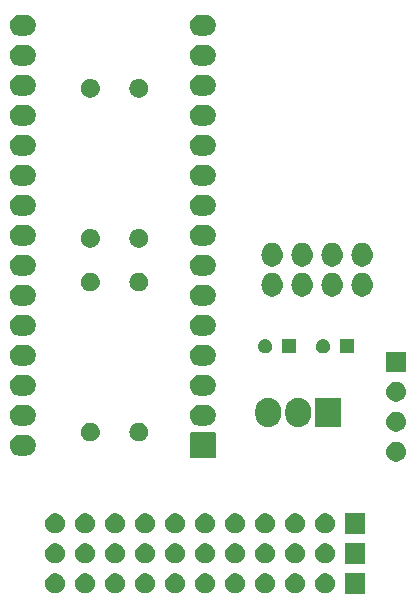
<source format=gbr>
%TF.GenerationSoftware,KiCad,Pcbnew,8.0.1*%
%TF.CreationDate,2024-05-08T13:58:46+07:00*%
%TF.ProjectId,Arduino_RC_Transceiver_DIY_2.0.0,41726475-696e-46f5-9f52-435f5472616e,rev?*%
%TF.SameCoordinates,Original*%
%TF.FileFunction,Soldermask,Bot*%
%TF.FilePolarity,Negative*%
%FSLAX46Y46*%
G04 Gerber Fmt 4.6, Leading zero omitted, Abs format (unit mm)*
G04 Created by KiCad (PCBNEW 8.0.1) date 2024-05-08 13:58:46*
%MOMM*%
%LPD*%
G01*
G04 APERTURE LIST*
G04 APERTURE END LIST*
G36*
X175980000Y-125830000D02*
G01*
X174280000Y-125830000D01*
X174280000Y-124130000D01*
X175980000Y-124130000D01*
X175980000Y-125830000D01*
G37*
G36*
X149992664Y-124171602D02*
G01*
X150155000Y-124243878D01*
X150298761Y-124348327D01*
X150417664Y-124480383D01*
X150506514Y-124634274D01*
X150561425Y-124803275D01*
X150580000Y-124980000D01*
X150561425Y-125156725D01*
X150506514Y-125325726D01*
X150417664Y-125479617D01*
X150298761Y-125611673D01*
X150155000Y-125716122D01*
X149992664Y-125788398D01*
X149818849Y-125825344D01*
X149641151Y-125825344D01*
X149467336Y-125788398D01*
X149305000Y-125716122D01*
X149161239Y-125611673D01*
X149042336Y-125479617D01*
X148953486Y-125325726D01*
X148898575Y-125156725D01*
X148880000Y-124980000D01*
X148898575Y-124803275D01*
X148953486Y-124634274D01*
X149042336Y-124480383D01*
X149161239Y-124348327D01*
X149305000Y-124243878D01*
X149467336Y-124171602D01*
X149641151Y-124134656D01*
X149818849Y-124134656D01*
X149992664Y-124171602D01*
G37*
G36*
X152532664Y-124171602D02*
G01*
X152695000Y-124243878D01*
X152838761Y-124348327D01*
X152957664Y-124480383D01*
X153046514Y-124634274D01*
X153101425Y-124803275D01*
X153120000Y-124980000D01*
X153101425Y-125156725D01*
X153046514Y-125325726D01*
X152957664Y-125479617D01*
X152838761Y-125611673D01*
X152695000Y-125716122D01*
X152532664Y-125788398D01*
X152358849Y-125825344D01*
X152181151Y-125825344D01*
X152007336Y-125788398D01*
X151845000Y-125716122D01*
X151701239Y-125611673D01*
X151582336Y-125479617D01*
X151493486Y-125325726D01*
X151438575Y-125156725D01*
X151420000Y-124980000D01*
X151438575Y-124803275D01*
X151493486Y-124634274D01*
X151582336Y-124480383D01*
X151701239Y-124348327D01*
X151845000Y-124243878D01*
X152007336Y-124171602D01*
X152181151Y-124134656D01*
X152358849Y-124134656D01*
X152532664Y-124171602D01*
G37*
G36*
X155072664Y-124171602D02*
G01*
X155235000Y-124243878D01*
X155378761Y-124348327D01*
X155497664Y-124480383D01*
X155586514Y-124634274D01*
X155641425Y-124803275D01*
X155660000Y-124980000D01*
X155641425Y-125156725D01*
X155586514Y-125325726D01*
X155497664Y-125479617D01*
X155378761Y-125611673D01*
X155235000Y-125716122D01*
X155072664Y-125788398D01*
X154898849Y-125825344D01*
X154721151Y-125825344D01*
X154547336Y-125788398D01*
X154385000Y-125716122D01*
X154241239Y-125611673D01*
X154122336Y-125479617D01*
X154033486Y-125325726D01*
X153978575Y-125156725D01*
X153960000Y-124980000D01*
X153978575Y-124803275D01*
X154033486Y-124634274D01*
X154122336Y-124480383D01*
X154241239Y-124348327D01*
X154385000Y-124243878D01*
X154547336Y-124171602D01*
X154721151Y-124134656D01*
X154898849Y-124134656D01*
X155072664Y-124171602D01*
G37*
G36*
X157612664Y-124171602D02*
G01*
X157775000Y-124243878D01*
X157918761Y-124348327D01*
X158037664Y-124480383D01*
X158126514Y-124634274D01*
X158181425Y-124803275D01*
X158200000Y-124980000D01*
X158181425Y-125156725D01*
X158126514Y-125325726D01*
X158037664Y-125479617D01*
X157918761Y-125611673D01*
X157775000Y-125716122D01*
X157612664Y-125788398D01*
X157438849Y-125825344D01*
X157261151Y-125825344D01*
X157087336Y-125788398D01*
X156925000Y-125716122D01*
X156781239Y-125611673D01*
X156662336Y-125479617D01*
X156573486Y-125325726D01*
X156518575Y-125156725D01*
X156500000Y-124980000D01*
X156518575Y-124803275D01*
X156573486Y-124634274D01*
X156662336Y-124480383D01*
X156781239Y-124348327D01*
X156925000Y-124243878D01*
X157087336Y-124171602D01*
X157261151Y-124134656D01*
X157438849Y-124134656D01*
X157612664Y-124171602D01*
G37*
G36*
X160152664Y-124171602D02*
G01*
X160315000Y-124243878D01*
X160458761Y-124348327D01*
X160577664Y-124480383D01*
X160666514Y-124634274D01*
X160721425Y-124803275D01*
X160740000Y-124980000D01*
X160721425Y-125156725D01*
X160666514Y-125325726D01*
X160577664Y-125479617D01*
X160458761Y-125611673D01*
X160315000Y-125716122D01*
X160152664Y-125788398D01*
X159978849Y-125825344D01*
X159801151Y-125825344D01*
X159627336Y-125788398D01*
X159465000Y-125716122D01*
X159321239Y-125611673D01*
X159202336Y-125479617D01*
X159113486Y-125325726D01*
X159058575Y-125156725D01*
X159040000Y-124980000D01*
X159058575Y-124803275D01*
X159113486Y-124634274D01*
X159202336Y-124480383D01*
X159321239Y-124348327D01*
X159465000Y-124243878D01*
X159627336Y-124171602D01*
X159801151Y-124134656D01*
X159978849Y-124134656D01*
X160152664Y-124171602D01*
G37*
G36*
X162692664Y-124171602D02*
G01*
X162855000Y-124243878D01*
X162998761Y-124348327D01*
X163117664Y-124480383D01*
X163206514Y-124634274D01*
X163261425Y-124803275D01*
X163280000Y-124980000D01*
X163261425Y-125156725D01*
X163206514Y-125325726D01*
X163117664Y-125479617D01*
X162998761Y-125611673D01*
X162855000Y-125716122D01*
X162692664Y-125788398D01*
X162518849Y-125825344D01*
X162341151Y-125825344D01*
X162167336Y-125788398D01*
X162005000Y-125716122D01*
X161861239Y-125611673D01*
X161742336Y-125479617D01*
X161653486Y-125325726D01*
X161598575Y-125156725D01*
X161580000Y-124980000D01*
X161598575Y-124803275D01*
X161653486Y-124634274D01*
X161742336Y-124480383D01*
X161861239Y-124348327D01*
X162005000Y-124243878D01*
X162167336Y-124171602D01*
X162341151Y-124134656D01*
X162518849Y-124134656D01*
X162692664Y-124171602D01*
G37*
G36*
X165232664Y-124171602D02*
G01*
X165395000Y-124243878D01*
X165538761Y-124348327D01*
X165657664Y-124480383D01*
X165746514Y-124634274D01*
X165801425Y-124803275D01*
X165820000Y-124980000D01*
X165801425Y-125156725D01*
X165746514Y-125325726D01*
X165657664Y-125479617D01*
X165538761Y-125611673D01*
X165395000Y-125716122D01*
X165232664Y-125788398D01*
X165058849Y-125825344D01*
X164881151Y-125825344D01*
X164707336Y-125788398D01*
X164545000Y-125716122D01*
X164401239Y-125611673D01*
X164282336Y-125479617D01*
X164193486Y-125325726D01*
X164138575Y-125156725D01*
X164120000Y-124980000D01*
X164138575Y-124803275D01*
X164193486Y-124634274D01*
X164282336Y-124480383D01*
X164401239Y-124348327D01*
X164545000Y-124243878D01*
X164707336Y-124171602D01*
X164881151Y-124134656D01*
X165058849Y-124134656D01*
X165232664Y-124171602D01*
G37*
G36*
X167772664Y-124171602D02*
G01*
X167935000Y-124243878D01*
X168078761Y-124348327D01*
X168197664Y-124480383D01*
X168286514Y-124634274D01*
X168341425Y-124803275D01*
X168360000Y-124980000D01*
X168341425Y-125156725D01*
X168286514Y-125325726D01*
X168197664Y-125479617D01*
X168078761Y-125611673D01*
X167935000Y-125716122D01*
X167772664Y-125788398D01*
X167598849Y-125825344D01*
X167421151Y-125825344D01*
X167247336Y-125788398D01*
X167085000Y-125716122D01*
X166941239Y-125611673D01*
X166822336Y-125479617D01*
X166733486Y-125325726D01*
X166678575Y-125156725D01*
X166660000Y-124980000D01*
X166678575Y-124803275D01*
X166733486Y-124634274D01*
X166822336Y-124480383D01*
X166941239Y-124348327D01*
X167085000Y-124243878D01*
X167247336Y-124171602D01*
X167421151Y-124134656D01*
X167598849Y-124134656D01*
X167772664Y-124171602D01*
G37*
G36*
X170312664Y-124171602D02*
G01*
X170475000Y-124243878D01*
X170618761Y-124348327D01*
X170737664Y-124480383D01*
X170826514Y-124634274D01*
X170881425Y-124803275D01*
X170900000Y-124980000D01*
X170881425Y-125156725D01*
X170826514Y-125325726D01*
X170737664Y-125479617D01*
X170618761Y-125611673D01*
X170475000Y-125716122D01*
X170312664Y-125788398D01*
X170138849Y-125825344D01*
X169961151Y-125825344D01*
X169787336Y-125788398D01*
X169625000Y-125716122D01*
X169481239Y-125611673D01*
X169362336Y-125479617D01*
X169273486Y-125325726D01*
X169218575Y-125156725D01*
X169200000Y-124980000D01*
X169218575Y-124803275D01*
X169273486Y-124634274D01*
X169362336Y-124480383D01*
X169481239Y-124348327D01*
X169625000Y-124243878D01*
X169787336Y-124171602D01*
X169961151Y-124134656D01*
X170138849Y-124134656D01*
X170312664Y-124171602D01*
G37*
G36*
X172852664Y-124171602D02*
G01*
X173015000Y-124243878D01*
X173158761Y-124348327D01*
X173277664Y-124480383D01*
X173366514Y-124634274D01*
X173421425Y-124803275D01*
X173440000Y-124980000D01*
X173421425Y-125156725D01*
X173366514Y-125325726D01*
X173277664Y-125479617D01*
X173158761Y-125611673D01*
X173015000Y-125716122D01*
X172852664Y-125788398D01*
X172678849Y-125825344D01*
X172501151Y-125825344D01*
X172327336Y-125788398D01*
X172165000Y-125716122D01*
X172021239Y-125611673D01*
X171902336Y-125479617D01*
X171813486Y-125325726D01*
X171758575Y-125156725D01*
X171740000Y-124980000D01*
X171758575Y-124803275D01*
X171813486Y-124634274D01*
X171902336Y-124480383D01*
X172021239Y-124348327D01*
X172165000Y-124243878D01*
X172327336Y-124171602D01*
X172501151Y-124134656D01*
X172678849Y-124134656D01*
X172852664Y-124171602D01*
G37*
G36*
X175980000Y-123290000D02*
G01*
X174280000Y-123290000D01*
X174280000Y-121590000D01*
X175980000Y-121590000D01*
X175980000Y-123290000D01*
G37*
G36*
X149992664Y-121631602D02*
G01*
X150155000Y-121703878D01*
X150298761Y-121808327D01*
X150417664Y-121940383D01*
X150506514Y-122094274D01*
X150561425Y-122263275D01*
X150580000Y-122440000D01*
X150561425Y-122616725D01*
X150506514Y-122785726D01*
X150417664Y-122939617D01*
X150298761Y-123071673D01*
X150155000Y-123176122D01*
X149992664Y-123248398D01*
X149818849Y-123285344D01*
X149641151Y-123285344D01*
X149467336Y-123248398D01*
X149305000Y-123176122D01*
X149161239Y-123071673D01*
X149042336Y-122939617D01*
X148953486Y-122785726D01*
X148898575Y-122616725D01*
X148880000Y-122440000D01*
X148898575Y-122263275D01*
X148953486Y-122094274D01*
X149042336Y-121940383D01*
X149161239Y-121808327D01*
X149305000Y-121703878D01*
X149467336Y-121631602D01*
X149641151Y-121594656D01*
X149818849Y-121594656D01*
X149992664Y-121631602D01*
G37*
G36*
X152532664Y-121631602D02*
G01*
X152695000Y-121703878D01*
X152838761Y-121808327D01*
X152957664Y-121940383D01*
X153046514Y-122094274D01*
X153101425Y-122263275D01*
X153120000Y-122440000D01*
X153101425Y-122616725D01*
X153046514Y-122785726D01*
X152957664Y-122939617D01*
X152838761Y-123071673D01*
X152695000Y-123176122D01*
X152532664Y-123248398D01*
X152358849Y-123285344D01*
X152181151Y-123285344D01*
X152007336Y-123248398D01*
X151845000Y-123176122D01*
X151701239Y-123071673D01*
X151582336Y-122939617D01*
X151493486Y-122785726D01*
X151438575Y-122616725D01*
X151420000Y-122440000D01*
X151438575Y-122263275D01*
X151493486Y-122094274D01*
X151582336Y-121940383D01*
X151701239Y-121808327D01*
X151845000Y-121703878D01*
X152007336Y-121631602D01*
X152181151Y-121594656D01*
X152358849Y-121594656D01*
X152532664Y-121631602D01*
G37*
G36*
X155072664Y-121631602D02*
G01*
X155235000Y-121703878D01*
X155378761Y-121808327D01*
X155497664Y-121940383D01*
X155586514Y-122094274D01*
X155641425Y-122263275D01*
X155660000Y-122440000D01*
X155641425Y-122616725D01*
X155586514Y-122785726D01*
X155497664Y-122939617D01*
X155378761Y-123071673D01*
X155235000Y-123176122D01*
X155072664Y-123248398D01*
X154898849Y-123285344D01*
X154721151Y-123285344D01*
X154547336Y-123248398D01*
X154385000Y-123176122D01*
X154241239Y-123071673D01*
X154122336Y-122939617D01*
X154033486Y-122785726D01*
X153978575Y-122616725D01*
X153960000Y-122440000D01*
X153978575Y-122263275D01*
X154033486Y-122094274D01*
X154122336Y-121940383D01*
X154241239Y-121808327D01*
X154385000Y-121703878D01*
X154547336Y-121631602D01*
X154721151Y-121594656D01*
X154898849Y-121594656D01*
X155072664Y-121631602D01*
G37*
G36*
X157612664Y-121631602D02*
G01*
X157775000Y-121703878D01*
X157918761Y-121808327D01*
X158037664Y-121940383D01*
X158126514Y-122094274D01*
X158181425Y-122263275D01*
X158200000Y-122440000D01*
X158181425Y-122616725D01*
X158126514Y-122785726D01*
X158037664Y-122939617D01*
X157918761Y-123071673D01*
X157775000Y-123176122D01*
X157612664Y-123248398D01*
X157438849Y-123285344D01*
X157261151Y-123285344D01*
X157087336Y-123248398D01*
X156925000Y-123176122D01*
X156781239Y-123071673D01*
X156662336Y-122939617D01*
X156573486Y-122785726D01*
X156518575Y-122616725D01*
X156500000Y-122440000D01*
X156518575Y-122263275D01*
X156573486Y-122094274D01*
X156662336Y-121940383D01*
X156781239Y-121808327D01*
X156925000Y-121703878D01*
X157087336Y-121631602D01*
X157261151Y-121594656D01*
X157438849Y-121594656D01*
X157612664Y-121631602D01*
G37*
G36*
X160152664Y-121631602D02*
G01*
X160315000Y-121703878D01*
X160458761Y-121808327D01*
X160577664Y-121940383D01*
X160666514Y-122094274D01*
X160721425Y-122263275D01*
X160740000Y-122440000D01*
X160721425Y-122616725D01*
X160666514Y-122785726D01*
X160577664Y-122939617D01*
X160458761Y-123071673D01*
X160315000Y-123176122D01*
X160152664Y-123248398D01*
X159978849Y-123285344D01*
X159801151Y-123285344D01*
X159627336Y-123248398D01*
X159465000Y-123176122D01*
X159321239Y-123071673D01*
X159202336Y-122939617D01*
X159113486Y-122785726D01*
X159058575Y-122616725D01*
X159040000Y-122440000D01*
X159058575Y-122263275D01*
X159113486Y-122094274D01*
X159202336Y-121940383D01*
X159321239Y-121808327D01*
X159465000Y-121703878D01*
X159627336Y-121631602D01*
X159801151Y-121594656D01*
X159978849Y-121594656D01*
X160152664Y-121631602D01*
G37*
G36*
X162692664Y-121631602D02*
G01*
X162855000Y-121703878D01*
X162998761Y-121808327D01*
X163117664Y-121940383D01*
X163206514Y-122094274D01*
X163261425Y-122263275D01*
X163280000Y-122440000D01*
X163261425Y-122616725D01*
X163206514Y-122785726D01*
X163117664Y-122939617D01*
X162998761Y-123071673D01*
X162855000Y-123176122D01*
X162692664Y-123248398D01*
X162518849Y-123285344D01*
X162341151Y-123285344D01*
X162167336Y-123248398D01*
X162005000Y-123176122D01*
X161861239Y-123071673D01*
X161742336Y-122939617D01*
X161653486Y-122785726D01*
X161598575Y-122616725D01*
X161580000Y-122440000D01*
X161598575Y-122263275D01*
X161653486Y-122094274D01*
X161742336Y-121940383D01*
X161861239Y-121808327D01*
X162005000Y-121703878D01*
X162167336Y-121631602D01*
X162341151Y-121594656D01*
X162518849Y-121594656D01*
X162692664Y-121631602D01*
G37*
G36*
X165232664Y-121631602D02*
G01*
X165395000Y-121703878D01*
X165538761Y-121808327D01*
X165657664Y-121940383D01*
X165746514Y-122094274D01*
X165801425Y-122263275D01*
X165820000Y-122440000D01*
X165801425Y-122616725D01*
X165746514Y-122785726D01*
X165657664Y-122939617D01*
X165538761Y-123071673D01*
X165395000Y-123176122D01*
X165232664Y-123248398D01*
X165058849Y-123285344D01*
X164881151Y-123285344D01*
X164707336Y-123248398D01*
X164545000Y-123176122D01*
X164401239Y-123071673D01*
X164282336Y-122939617D01*
X164193486Y-122785726D01*
X164138575Y-122616725D01*
X164120000Y-122440000D01*
X164138575Y-122263275D01*
X164193486Y-122094274D01*
X164282336Y-121940383D01*
X164401239Y-121808327D01*
X164545000Y-121703878D01*
X164707336Y-121631602D01*
X164881151Y-121594656D01*
X165058849Y-121594656D01*
X165232664Y-121631602D01*
G37*
G36*
X167772664Y-121631602D02*
G01*
X167935000Y-121703878D01*
X168078761Y-121808327D01*
X168197664Y-121940383D01*
X168286514Y-122094274D01*
X168341425Y-122263275D01*
X168360000Y-122440000D01*
X168341425Y-122616725D01*
X168286514Y-122785726D01*
X168197664Y-122939617D01*
X168078761Y-123071673D01*
X167935000Y-123176122D01*
X167772664Y-123248398D01*
X167598849Y-123285344D01*
X167421151Y-123285344D01*
X167247336Y-123248398D01*
X167085000Y-123176122D01*
X166941239Y-123071673D01*
X166822336Y-122939617D01*
X166733486Y-122785726D01*
X166678575Y-122616725D01*
X166660000Y-122440000D01*
X166678575Y-122263275D01*
X166733486Y-122094274D01*
X166822336Y-121940383D01*
X166941239Y-121808327D01*
X167085000Y-121703878D01*
X167247336Y-121631602D01*
X167421151Y-121594656D01*
X167598849Y-121594656D01*
X167772664Y-121631602D01*
G37*
G36*
X170312664Y-121631602D02*
G01*
X170475000Y-121703878D01*
X170618761Y-121808327D01*
X170737664Y-121940383D01*
X170826514Y-122094274D01*
X170881425Y-122263275D01*
X170900000Y-122440000D01*
X170881425Y-122616725D01*
X170826514Y-122785726D01*
X170737664Y-122939617D01*
X170618761Y-123071673D01*
X170475000Y-123176122D01*
X170312664Y-123248398D01*
X170138849Y-123285344D01*
X169961151Y-123285344D01*
X169787336Y-123248398D01*
X169625000Y-123176122D01*
X169481239Y-123071673D01*
X169362336Y-122939617D01*
X169273486Y-122785726D01*
X169218575Y-122616725D01*
X169200000Y-122440000D01*
X169218575Y-122263275D01*
X169273486Y-122094274D01*
X169362336Y-121940383D01*
X169481239Y-121808327D01*
X169625000Y-121703878D01*
X169787336Y-121631602D01*
X169961151Y-121594656D01*
X170138849Y-121594656D01*
X170312664Y-121631602D01*
G37*
G36*
X172852664Y-121631602D02*
G01*
X173015000Y-121703878D01*
X173158761Y-121808327D01*
X173277664Y-121940383D01*
X173366514Y-122094274D01*
X173421425Y-122263275D01*
X173440000Y-122440000D01*
X173421425Y-122616725D01*
X173366514Y-122785726D01*
X173277664Y-122939617D01*
X173158761Y-123071673D01*
X173015000Y-123176122D01*
X172852664Y-123248398D01*
X172678849Y-123285344D01*
X172501151Y-123285344D01*
X172327336Y-123248398D01*
X172165000Y-123176122D01*
X172021239Y-123071673D01*
X171902336Y-122939617D01*
X171813486Y-122785726D01*
X171758575Y-122616725D01*
X171740000Y-122440000D01*
X171758575Y-122263275D01*
X171813486Y-122094274D01*
X171902336Y-121940383D01*
X172021239Y-121808327D01*
X172165000Y-121703878D01*
X172327336Y-121631602D01*
X172501151Y-121594656D01*
X172678849Y-121594656D01*
X172852664Y-121631602D01*
G37*
G36*
X175980000Y-120750000D02*
G01*
X174280000Y-120750000D01*
X174280000Y-119050000D01*
X175980000Y-119050000D01*
X175980000Y-120750000D01*
G37*
G36*
X149992664Y-119091602D02*
G01*
X150155000Y-119163878D01*
X150298761Y-119268327D01*
X150417664Y-119400383D01*
X150506514Y-119554274D01*
X150561425Y-119723275D01*
X150580000Y-119900000D01*
X150561425Y-120076725D01*
X150506514Y-120245726D01*
X150417664Y-120399617D01*
X150298761Y-120531673D01*
X150155000Y-120636122D01*
X149992664Y-120708398D01*
X149818849Y-120745344D01*
X149641151Y-120745344D01*
X149467336Y-120708398D01*
X149305000Y-120636122D01*
X149161239Y-120531673D01*
X149042336Y-120399617D01*
X148953486Y-120245726D01*
X148898575Y-120076725D01*
X148880000Y-119900000D01*
X148898575Y-119723275D01*
X148953486Y-119554274D01*
X149042336Y-119400383D01*
X149161239Y-119268327D01*
X149305000Y-119163878D01*
X149467336Y-119091602D01*
X149641151Y-119054656D01*
X149818849Y-119054656D01*
X149992664Y-119091602D01*
G37*
G36*
X152532664Y-119091602D02*
G01*
X152695000Y-119163878D01*
X152838761Y-119268327D01*
X152957664Y-119400383D01*
X153046514Y-119554274D01*
X153101425Y-119723275D01*
X153120000Y-119900000D01*
X153101425Y-120076725D01*
X153046514Y-120245726D01*
X152957664Y-120399617D01*
X152838761Y-120531673D01*
X152695000Y-120636122D01*
X152532664Y-120708398D01*
X152358849Y-120745344D01*
X152181151Y-120745344D01*
X152007336Y-120708398D01*
X151845000Y-120636122D01*
X151701239Y-120531673D01*
X151582336Y-120399617D01*
X151493486Y-120245726D01*
X151438575Y-120076725D01*
X151420000Y-119900000D01*
X151438575Y-119723275D01*
X151493486Y-119554274D01*
X151582336Y-119400383D01*
X151701239Y-119268327D01*
X151845000Y-119163878D01*
X152007336Y-119091602D01*
X152181151Y-119054656D01*
X152358849Y-119054656D01*
X152532664Y-119091602D01*
G37*
G36*
X155072664Y-119091602D02*
G01*
X155235000Y-119163878D01*
X155378761Y-119268327D01*
X155497664Y-119400383D01*
X155586514Y-119554274D01*
X155641425Y-119723275D01*
X155660000Y-119900000D01*
X155641425Y-120076725D01*
X155586514Y-120245726D01*
X155497664Y-120399617D01*
X155378761Y-120531673D01*
X155235000Y-120636122D01*
X155072664Y-120708398D01*
X154898849Y-120745344D01*
X154721151Y-120745344D01*
X154547336Y-120708398D01*
X154385000Y-120636122D01*
X154241239Y-120531673D01*
X154122336Y-120399617D01*
X154033486Y-120245726D01*
X153978575Y-120076725D01*
X153960000Y-119900000D01*
X153978575Y-119723275D01*
X154033486Y-119554274D01*
X154122336Y-119400383D01*
X154241239Y-119268327D01*
X154385000Y-119163878D01*
X154547336Y-119091602D01*
X154721151Y-119054656D01*
X154898849Y-119054656D01*
X155072664Y-119091602D01*
G37*
G36*
X157612664Y-119091602D02*
G01*
X157775000Y-119163878D01*
X157918761Y-119268327D01*
X158037664Y-119400383D01*
X158126514Y-119554274D01*
X158181425Y-119723275D01*
X158200000Y-119900000D01*
X158181425Y-120076725D01*
X158126514Y-120245726D01*
X158037664Y-120399617D01*
X157918761Y-120531673D01*
X157775000Y-120636122D01*
X157612664Y-120708398D01*
X157438849Y-120745344D01*
X157261151Y-120745344D01*
X157087336Y-120708398D01*
X156925000Y-120636122D01*
X156781239Y-120531673D01*
X156662336Y-120399617D01*
X156573486Y-120245726D01*
X156518575Y-120076725D01*
X156500000Y-119900000D01*
X156518575Y-119723275D01*
X156573486Y-119554274D01*
X156662336Y-119400383D01*
X156781239Y-119268327D01*
X156925000Y-119163878D01*
X157087336Y-119091602D01*
X157261151Y-119054656D01*
X157438849Y-119054656D01*
X157612664Y-119091602D01*
G37*
G36*
X160152664Y-119091602D02*
G01*
X160315000Y-119163878D01*
X160458761Y-119268327D01*
X160577664Y-119400383D01*
X160666514Y-119554274D01*
X160721425Y-119723275D01*
X160740000Y-119900000D01*
X160721425Y-120076725D01*
X160666514Y-120245726D01*
X160577664Y-120399617D01*
X160458761Y-120531673D01*
X160315000Y-120636122D01*
X160152664Y-120708398D01*
X159978849Y-120745344D01*
X159801151Y-120745344D01*
X159627336Y-120708398D01*
X159465000Y-120636122D01*
X159321239Y-120531673D01*
X159202336Y-120399617D01*
X159113486Y-120245726D01*
X159058575Y-120076725D01*
X159040000Y-119900000D01*
X159058575Y-119723275D01*
X159113486Y-119554274D01*
X159202336Y-119400383D01*
X159321239Y-119268327D01*
X159465000Y-119163878D01*
X159627336Y-119091602D01*
X159801151Y-119054656D01*
X159978849Y-119054656D01*
X160152664Y-119091602D01*
G37*
G36*
X162692664Y-119091602D02*
G01*
X162855000Y-119163878D01*
X162998761Y-119268327D01*
X163117664Y-119400383D01*
X163206514Y-119554274D01*
X163261425Y-119723275D01*
X163280000Y-119900000D01*
X163261425Y-120076725D01*
X163206514Y-120245726D01*
X163117664Y-120399617D01*
X162998761Y-120531673D01*
X162855000Y-120636122D01*
X162692664Y-120708398D01*
X162518849Y-120745344D01*
X162341151Y-120745344D01*
X162167336Y-120708398D01*
X162005000Y-120636122D01*
X161861239Y-120531673D01*
X161742336Y-120399617D01*
X161653486Y-120245726D01*
X161598575Y-120076725D01*
X161580000Y-119900000D01*
X161598575Y-119723275D01*
X161653486Y-119554274D01*
X161742336Y-119400383D01*
X161861239Y-119268327D01*
X162005000Y-119163878D01*
X162167336Y-119091602D01*
X162341151Y-119054656D01*
X162518849Y-119054656D01*
X162692664Y-119091602D01*
G37*
G36*
X165232664Y-119091602D02*
G01*
X165395000Y-119163878D01*
X165538761Y-119268327D01*
X165657664Y-119400383D01*
X165746514Y-119554274D01*
X165801425Y-119723275D01*
X165820000Y-119900000D01*
X165801425Y-120076725D01*
X165746514Y-120245726D01*
X165657664Y-120399617D01*
X165538761Y-120531673D01*
X165395000Y-120636122D01*
X165232664Y-120708398D01*
X165058849Y-120745344D01*
X164881151Y-120745344D01*
X164707336Y-120708398D01*
X164545000Y-120636122D01*
X164401239Y-120531673D01*
X164282336Y-120399617D01*
X164193486Y-120245726D01*
X164138575Y-120076725D01*
X164120000Y-119900000D01*
X164138575Y-119723275D01*
X164193486Y-119554274D01*
X164282336Y-119400383D01*
X164401239Y-119268327D01*
X164545000Y-119163878D01*
X164707336Y-119091602D01*
X164881151Y-119054656D01*
X165058849Y-119054656D01*
X165232664Y-119091602D01*
G37*
G36*
X167772664Y-119091602D02*
G01*
X167935000Y-119163878D01*
X168078761Y-119268327D01*
X168197664Y-119400383D01*
X168286514Y-119554274D01*
X168341425Y-119723275D01*
X168360000Y-119900000D01*
X168341425Y-120076725D01*
X168286514Y-120245726D01*
X168197664Y-120399617D01*
X168078761Y-120531673D01*
X167935000Y-120636122D01*
X167772664Y-120708398D01*
X167598849Y-120745344D01*
X167421151Y-120745344D01*
X167247336Y-120708398D01*
X167085000Y-120636122D01*
X166941239Y-120531673D01*
X166822336Y-120399617D01*
X166733486Y-120245726D01*
X166678575Y-120076725D01*
X166660000Y-119900000D01*
X166678575Y-119723275D01*
X166733486Y-119554274D01*
X166822336Y-119400383D01*
X166941239Y-119268327D01*
X167085000Y-119163878D01*
X167247336Y-119091602D01*
X167421151Y-119054656D01*
X167598849Y-119054656D01*
X167772664Y-119091602D01*
G37*
G36*
X170312664Y-119091602D02*
G01*
X170475000Y-119163878D01*
X170618761Y-119268327D01*
X170737664Y-119400383D01*
X170826514Y-119554274D01*
X170881425Y-119723275D01*
X170900000Y-119900000D01*
X170881425Y-120076725D01*
X170826514Y-120245726D01*
X170737664Y-120399617D01*
X170618761Y-120531673D01*
X170475000Y-120636122D01*
X170312664Y-120708398D01*
X170138849Y-120745344D01*
X169961151Y-120745344D01*
X169787336Y-120708398D01*
X169625000Y-120636122D01*
X169481239Y-120531673D01*
X169362336Y-120399617D01*
X169273486Y-120245726D01*
X169218575Y-120076725D01*
X169200000Y-119900000D01*
X169218575Y-119723275D01*
X169273486Y-119554274D01*
X169362336Y-119400383D01*
X169481239Y-119268327D01*
X169625000Y-119163878D01*
X169787336Y-119091602D01*
X169961151Y-119054656D01*
X170138849Y-119054656D01*
X170312664Y-119091602D01*
G37*
G36*
X172852664Y-119091602D02*
G01*
X173015000Y-119163878D01*
X173158761Y-119268327D01*
X173277664Y-119400383D01*
X173366514Y-119554274D01*
X173421425Y-119723275D01*
X173440000Y-119900000D01*
X173421425Y-120076725D01*
X173366514Y-120245726D01*
X173277664Y-120399617D01*
X173158761Y-120531673D01*
X173015000Y-120636122D01*
X172852664Y-120708398D01*
X172678849Y-120745344D01*
X172501151Y-120745344D01*
X172327336Y-120708398D01*
X172165000Y-120636122D01*
X172021239Y-120531673D01*
X171902336Y-120399617D01*
X171813486Y-120245726D01*
X171758575Y-120076725D01*
X171740000Y-119900000D01*
X171758575Y-119723275D01*
X171813486Y-119554274D01*
X171902336Y-119400383D01*
X172021239Y-119268327D01*
X172165000Y-119163878D01*
X172327336Y-119091602D01*
X172501151Y-119054656D01*
X172678849Y-119054656D01*
X172852664Y-119091602D01*
G37*
G36*
X178862664Y-113011602D02*
G01*
X179025000Y-113083878D01*
X179168761Y-113188327D01*
X179287664Y-113320383D01*
X179376514Y-113474274D01*
X179431425Y-113643275D01*
X179450000Y-113820000D01*
X179431425Y-113996725D01*
X179376514Y-114165726D01*
X179287664Y-114319617D01*
X179168761Y-114451673D01*
X179025000Y-114556122D01*
X178862664Y-114628398D01*
X178688849Y-114665344D01*
X178511151Y-114665344D01*
X178337336Y-114628398D01*
X178175000Y-114556122D01*
X178031239Y-114451673D01*
X177912336Y-114319617D01*
X177823486Y-114165726D01*
X177768575Y-113996725D01*
X177750000Y-113820000D01*
X177768575Y-113643275D01*
X177823486Y-113474274D01*
X177912336Y-113320383D01*
X178031239Y-113188327D01*
X178175000Y-113083878D01*
X178337336Y-113011602D01*
X178511151Y-112974656D01*
X178688849Y-112974656D01*
X178862664Y-113011602D01*
G37*
G36*
X163266534Y-112185764D02*
G01*
X163299625Y-112207875D01*
X163321736Y-112240966D01*
X163329500Y-112280000D01*
X163329500Y-114280000D01*
X163321736Y-114319034D01*
X163299625Y-114352125D01*
X163266534Y-114374236D01*
X163227500Y-114382000D01*
X161227500Y-114382000D01*
X161188466Y-114374236D01*
X161155375Y-114352125D01*
X161133264Y-114319034D01*
X161125500Y-114280000D01*
X161125500Y-112280000D01*
X161133264Y-112240966D01*
X161155375Y-112207875D01*
X161188466Y-112185764D01*
X161227500Y-112178000D01*
X163227500Y-112178000D01*
X163266534Y-112185764D01*
G37*
G36*
X147275911Y-112382343D02*
G01*
X147449337Y-112416840D01*
X147612700Y-112484507D01*
X147759723Y-112582745D01*
X147884755Y-112707777D01*
X147982993Y-112854800D01*
X148050660Y-113018163D01*
X148085157Y-113191589D01*
X148085157Y-113368411D01*
X148050660Y-113541837D01*
X147982993Y-113705200D01*
X147884755Y-113852223D01*
X147759723Y-113977255D01*
X147612700Y-114075493D01*
X147449337Y-114143160D01*
X147275911Y-114177657D01*
X146787500Y-114182000D01*
X146699089Y-114177657D01*
X146525663Y-114143160D01*
X146362300Y-114075493D01*
X146215277Y-113977255D01*
X146090245Y-113852223D01*
X145992007Y-113705200D01*
X145924340Y-113541837D01*
X145889843Y-113368411D01*
X145889843Y-113191589D01*
X145924340Y-113018163D01*
X145992007Y-112854800D01*
X146090245Y-112707777D01*
X146215277Y-112582745D01*
X146362300Y-112484507D01*
X146525663Y-112416840D01*
X146699089Y-112382343D01*
X147187500Y-112378000D01*
X147275911Y-112382343D01*
G37*
G36*
X152741811Y-111354711D02*
G01*
X152783588Y-111354711D01*
X152830718Y-111364728D01*
X152878017Y-111370058D01*
X152912408Y-111382092D01*
X152947110Y-111389468D01*
X152997117Y-111411733D01*
X153047107Y-111429225D01*
X153073128Y-111445575D01*
X153099835Y-111457466D01*
X153149633Y-111493646D01*
X153198792Y-111524535D01*
X153216444Y-111542187D01*
X153235084Y-111555730D01*
X153281165Y-111606908D01*
X153325465Y-111651208D01*
X153335654Y-111667424D01*
X153346946Y-111679965D01*
X153385573Y-111746870D01*
X153420775Y-111802893D01*
X153425170Y-111815453D01*
X153430535Y-111824746D01*
X153458010Y-111909305D01*
X153479942Y-111971983D01*
X153480773Y-111979363D01*
X153482195Y-111983738D01*
X153495076Y-112106306D01*
X153500000Y-112150000D01*
X153495076Y-112193697D01*
X153482195Y-112316261D01*
X153480773Y-112320635D01*
X153479942Y-112328017D01*
X153458005Y-112390707D01*
X153430535Y-112475253D01*
X153425171Y-112484543D01*
X153420775Y-112497107D01*
X153385566Y-112553140D01*
X153346946Y-112620034D01*
X153335656Y-112632572D01*
X153325465Y-112648792D01*
X153281155Y-112693101D01*
X153235084Y-112744269D01*
X153216448Y-112757808D01*
X153198792Y-112775465D01*
X153149623Y-112806359D01*
X153099835Y-112842533D01*
X153073134Y-112854421D01*
X153047107Y-112870775D01*
X152997107Y-112888270D01*
X152947110Y-112910531D01*
X152912414Y-112917905D01*
X152878017Y-112929942D01*
X152830715Y-112935271D01*
X152783588Y-112945289D01*
X152741811Y-112945289D01*
X152700000Y-112950000D01*
X152658189Y-112945289D01*
X152616412Y-112945289D01*
X152569284Y-112935271D01*
X152521983Y-112929942D01*
X152487586Y-112917906D01*
X152452889Y-112910531D01*
X152402887Y-112888268D01*
X152352893Y-112870775D01*
X152326868Y-112854422D01*
X152300164Y-112842533D01*
X152250369Y-112806355D01*
X152201208Y-112775465D01*
X152183554Y-112757811D01*
X152164915Y-112744269D01*
X152118833Y-112693090D01*
X152074535Y-112648792D01*
X152064345Y-112632575D01*
X152053053Y-112620034D01*
X152014420Y-112553120D01*
X151979225Y-112497107D01*
X151974830Y-112484547D01*
X151969464Y-112475253D01*
X151941980Y-112390667D01*
X151920058Y-112328017D01*
X151919226Y-112320639D01*
X151917804Y-112316261D01*
X151904908Y-112193565D01*
X151900000Y-112150000D01*
X151904908Y-112106438D01*
X151917804Y-111983738D01*
X151919226Y-111979358D01*
X151920058Y-111971983D01*
X151941975Y-111909345D01*
X151969464Y-111824746D01*
X151974831Y-111815449D01*
X151979225Y-111802893D01*
X152014413Y-111746890D01*
X152053053Y-111679965D01*
X152064347Y-111667421D01*
X152074535Y-111651208D01*
X152118826Y-111606916D01*
X152164917Y-111555728D01*
X152183559Y-111542183D01*
X152201208Y-111524535D01*
X152250354Y-111493654D01*
X152300162Y-111457467D01*
X152326873Y-111445574D01*
X152352893Y-111429225D01*
X152402877Y-111411734D01*
X152452889Y-111389468D01*
X152487592Y-111382091D01*
X152521983Y-111370058D01*
X152569281Y-111364728D01*
X152616412Y-111354711D01*
X152658189Y-111354711D01*
X152700000Y-111350000D01*
X152741811Y-111354711D01*
G37*
G36*
X156841811Y-111354711D02*
G01*
X156883588Y-111354711D01*
X156930718Y-111364728D01*
X156978017Y-111370058D01*
X157012408Y-111382092D01*
X157047110Y-111389468D01*
X157097117Y-111411733D01*
X157147107Y-111429225D01*
X157173128Y-111445575D01*
X157199835Y-111457466D01*
X157249633Y-111493646D01*
X157298792Y-111524535D01*
X157316444Y-111542187D01*
X157335084Y-111555730D01*
X157381165Y-111606908D01*
X157425465Y-111651208D01*
X157435654Y-111667424D01*
X157446946Y-111679965D01*
X157485573Y-111746870D01*
X157520775Y-111802893D01*
X157525170Y-111815453D01*
X157530535Y-111824746D01*
X157558010Y-111909305D01*
X157579942Y-111971983D01*
X157580773Y-111979363D01*
X157582195Y-111983738D01*
X157595076Y-112106306D01*
X157600000Y-112150000D01*
X157595076Y-112193697D01*
X157582195Y-112316261D01*
X157580773Y-112320635D01*
X157579942Y-112328017D01*
X157558005Y-112390707D01*
X157530535Y-112475253D01*
X157525171Y-112484543D01*
X157520775Y-112497107D01*
X157485566Y-112553140D01*
X157446946Y-112620034D01*
X157435656Y-112632572D01*
X157425465Y-112648792D01*
X157381155Y-112693101D01*
X157335084Y-112744269D01*
X157316448Y-112757808D01*
X157298792Y-112775465D01*
X157249623Y-112806359D01*
X157199835Y-112842533D01*
X157173134Y-112854421D01*
X157147107Y-112870775D01*
X157097107Y-112888270D01*
X157047110Y-112910531D01*
X157012414Y-112917905D01*
X156978017Y-112929942D01*
X156930715Y-112935271D01*
X156883588Y-112945289D01*
X156841811Y-112945289D01*
X156800000Y-112950000D01*
X156758189Y-112945289D01*
X156716412Y-112945289D01*
X156669284Y-112935271D01*
X156621983Y-112929942D01*
X156587586Y-112917906D01*
X156552889Y-112910531D01*
X156502887Y-112888268D01*
X156452893Y-112870775D01*
X156426868Y-112854422D01*
X156400164Y-112842533D01*
X156350369Y-112806355D01*
X156301208Y-112775465D01*
X156283554Y-112757811D01*
X156264915Y-112744269D01*
X156218833Y-112693090D01*
X156174535Y-112648792D01*
X156164345Y-112632575D01*
X156153053Y-112620034D01*
X156114420Y-112553120D01*
X156079225Y-112497107D01*
X156074830Y-112484547D01*
X156069464Y-112475253D01*
X156041980Y-112390667D01*
X156020058Y-112328017D01*
X156019226Y-112320639D01*
X156017804Y-112316261D01*
X156004908Y-112193565D01*
X156000000Y-112150000D01*
X156004908Y-112106438D01*
X156017804Y-111983738D01*
X156019226Y-111979358D01*
X156020058Y-111971983D01*
X156041975Y-111909345D01*
X156069464Y-111824746D01*
X156074831Y-111815449D01*
X156079225Y-111802893D01*
X156114413Y-111746890D01*
X156153053Y-111679965D01*
X156164347Y-111667421D01*
X156174535Y-111651208D01*
X156218826Y-111606916D01*
X156264917Y-111555728D01*
X156283559Y-111542183D01*
X156301208Y-111524535D01*
X156350354Y-111493654D01*
X156400162Y-111457467D01*
X156426873Y-111445574D01*
X156452893Y-111429225D01*
X156502877Y-111411734D01*
X156552889Y-111389468D01*
X156587592Y-111382091D01*
X156621983Y-111370058D01*
X156669281Y-111364728D01*
X156716412Y-111354711D01*
X156758189Y-111354711D01*
X156800000Y-111350000D01*
X156841811Y-111354711D01*
G37*
G36*
X178862664Y-110471602D02*
G01*
X179025000Y-110543878D01*
X179168761Y-110648327D01*
X179287664Y-110780383D01*
X179376514Y-110934274D01*
X179431425Y-111103275D01*
X179450000Y-111280000D01*
X179431425Y-111456725D01*
X179376514Y-111625726D01*
X179287664Y-111779617D01*
X179168761Y-111911673D01*
X179025000Y-112016122D01*
X178862664Y-112088398D01*
X178688849Y-112125344D01*
X178511151Y-112125344D01*
X178337336Y-112088398D01*
X178175000Y-112016122D01*
X178031239Y-111911673D01*
X177912336Y-111779617D01*
X177823486Y-111625726D01*
X177768575Y-111456725D01*
X177750000Y-111280000D01*
X177768575Y-111103275D01*
X177823486Y-110934274D01*
X177912336Y-110780383D01*
X178031239Y-110648327D01*
X178175000Y-110543878D01*
X178337336Y-110471602D01*
X178511151Y-110434656D01*
X178688849Y-110434656D01*
X178862664Y-110471602D01*
G37*
G36*
X173879034Y-109255764D02*
G01*
X173912125Y-109277875D01*
X173934236Y-109310966D01*
X173942000Y-109350000D01*
X173942000Y-111650000D01*
X173934236Y-111689034D01*
X173912125Y-111722125D01*
X173879034Y-111744236D01*
X173840000Y-111752000D01*
X171840000Y-111752000D01*
X171800966Y-111744236D01*
X171767875Y-111722125D01*
X171745764Y-111689034D01*
X171738000Y-111650000D01*
X171738000Y-109350000D01*
X171745764Y-109310966D01*
X171767875Y-109277875D01*
X171800966Y-109255764D01*
X171840000Y-109248000D01*
X173840000Y-109248000D01*
X173879034Y-109255764D01*
G37*
G36*
X168017257Y-109278448D02*
G01*
X168181717Y-109331885D01*
X168335793Y-109410391D01*
X168475692Y-109512033D01*
X168597967Y-109634308D01*
X168699609Y-109774207D01*
X168778115Y-109928283D01*
X168831552Y-110092743D01*
X168858603Y-110263538D01*
X168862000Y-110650000D01*
X168858603Y-110736462D01*
X168831552Y-110907257D01*
X168778115Y-111071717D01*
X168699609Y-111225793D01*
X168597967Y-111365692D01*
X168475692Y-111487967D01*
X168335793Y-111589609D01*
X168181717Y-111668115D01*
X168017257Y-111721552D01*
X167846462Y-111748603D01*
X167673538Y-111748603D01*
X167502743Y-111721552D01*
X167338283Y-111668115D01*
X167184207Y-111589609D01*
X167044308Y-111487967D01*
X166922033Y-111365692D01*
X166820391Y-111225793D01*
X166741885Y-111071717D01*
X166688448Y-110907257D01*
X166661397Y-110736462D01*
X166658000Y-110350000D01*
X166661397Y-110263538D01*
X166688448Y-110092743D01*
X166741885Y-109928283D01*
X166820391Y-109774207D01*
X166922033Y-109634308D01*
X167044308Y-109512033D01*
X167184207Y-109410391D01*
X167338283Y-109331885D01*
X167502743Y-109278448D01*
X167673538Y-109251397D01*
X167846462Y-109251397D01*
X168017257Y-109278448D01*
G37*
G36*
X170557257Y-109278448D02*
G01*
X170721717Y-109331885D01*
X170875793Y-109410391D01*
X171015692Y-109512033D01*
X171137967Y-109634308D01*
X171239609Y-109774207D01*
X171318115Y-109928283D01*
X171371552Y-110092743D01*
X171398603Y-110263538D01*
X171402000Y-110650000D01*
X171398603Y-110736462D01*
X171371552Y-110907257D01*
X171318115Y-111071717D01*
X171239609Y-111225793D01*
X171137967Y-111365692D01*
X171015692Y-111487967D01*
X170875793Y-111589609D01*
X170721717Y-111668115D01*
X170557257Y-111721552D01*
X170386462Y-111748603D01*
X170213538Y-111748603D01*
X170042743Y-111721552D01*
X169878283Y-111668115D01*
X169724207Y-111589609D01*
X169584308Y-111487967D01*
X169462033Y-111365692D01*
X169360391Y-111225793D01*
X169281885Y-111071717D01*
X169228448Y-110907257D01*
X169201397Y-110736462D01*
X169198000Y-110350000D01*
X169201397Y-110263538D01*
X169228448Y-110092743D01*
X169281885Y-109928283D01*
X169360391Y-109774207D01*
X169462033Y-109634308D01*
X169584308Y-109512033D01*
X169724207Y-109410391D01*
X169878283Y-109331885D01*
X170042743Y-109278448D01*
X170213538Y-109251397D01*
X170386462Y-109251397D01*
X170557257Y-109278448D01*
G37*
G36*
X147275911Y-109842343D02*
G01*
X147449337Y-109876840D01*
X147612700Y-109944507D01*
X147759723Y-110042745D01*
X147884755Y-110167777D01*
X147982993Y-110314800D01*
X148050660Y-110478163D01*
X148085157Y-110651589D01*
X148085157Y-110828411D01*
X148050660Y-111001837D01*
X147982993Y-111165200D01*
X147884755Y-111312223D01*
X147759723Y-111437255D01*
X147612700Y-111535493D01*
X147449337Y-111603160D01*
X147275911Y-111637657D01*
X146787500Y-111642000D01*
X146699089Y-111637657D01*
X146525663Y-111603160D01*
X146362300Y-111535493D01*
X146215277Y-111437255D01*
X146090245Y-111312223D01*
X145992007Y-111165200D01*
X145924340Y-111001837D01*
X145889843Y-110828411D01*
X145889843Y-110651589D01*
X145924340Y-110478163D01*
X145992007Y-110314800D01*
X146090245Y-110167777D01*
X146215277Y-110042745D01*
X146362300Y-109944507D01*
X146525663Y-109876840D01*
X146699089Y-109842343D01*
X147187500Y-109838000D01*
X147275911Y-109842343D01*
G37*
G36*
X162515911Y-109842343D02*
G01*
X162689337Y-109876840D01*
X162852700Y-109944507D01*
X162999723Y-110042745D01*
X163124755Y-110167777D01*
X163222993Y-110314800D01*
X163290660Y-110478163D01*
X163325157Y-110651589D01*
X163325157Y-110828411D01*
X163290660Y-111001837D01*
X163222993Y-111165200D01*
X163124755Y-111312223D01*
X162999723Y-111437255D01*
X162852700Y-111535493D01*
X162689337Y-111603160D01*
X162515911Y-111637657D01*
X162027500Y-111642000D01*
X161939089Y-111637657D01*
X161765663Y-111603160D01*
X161602300Y-111535493D01*
X161455277Y-111437255D01*
X161330245Y-111312223D01*
X161232007Y-111165200D01*
X161164340Y-111001837D01*
X161129843Y-110828411D01*
X161129843Y-110651589D01*
X161164340Y-110478163D01*
X161232007Y-110314800D01*
X161330245Y-110167777D01*
X161455277Y-110042745D01*
X161602300Y-109944507D01*
X161765663Y-109876840D01*
X161939089Y-109842343D01*
X162427500Y-109838000D01*
X162515911Y-109842343D01*
G37*
G36*
X178862664Y-107931602D02*
G01*
X179025000Y-108003878D01*
X179168761Y-108108327D01*
X179287664Y-108240383D01*
X179376514Y-108394274D01*
X179431425Y-108563275D01*
X179450000Y-108740000D01*
X179431425Y-108916725D01*
X179376514Y-109085726D01*
X179287664Y-109239617D01*
X179168761Y-109371673D01*
X179025000Y-109476122D01*
X178862664Y-109548398D01*
X178688849Y-109585344D01*
X178511151Y-109585344D01*
X178337336Y-109548398D01*
X178175000Y-109476122D01*
X178031239Y-109371673D01*
X177912336Y-109239617D01*
X177823486Y-109085726D01*
X177768575Y-108916725D01*
X177750000Y-108740000D01*
X177768575Y-108563275D01*
X177823486Y-108394274D01*
X177912336Y-108240383D01*
X178031239Y-108108327D01*
X178175000Y-108003878D01*
X178337336Y-107931602D01*
X178511151Y-107894656D01*
X178688849Y-107894656D01*
X178862664Y-107931602D01*
G37*
G36*
X147275911Y-107302343D02*
G01*
X147449337Y-107336840D01*
X147612700Y-107404507D01*
X147759723Y-107502745D01*
X147884755Y-107627777D01*
X147982993Y-107774800D01*
X148050660Y-107938163D01*
X148085157Y-108111589D01*
X148085157Y-108288411D01*
X148050660Y-108461837D01*
X147982993Y-108625200D01*
X147884755Y-108772223D01*
X147759723Y-108897255D01*
X147612700Y-108995493D01*
X147449337Y-109063160D01*
X147275911Y-109097657D01*
X146787500Y-109102000D01*
X146699089Y-109097657D01*
X146525663Y-109063160D01*
X146362300Y-108995493D01*
X146215277Y-108897255D01*
X146090245Y-108772223D01*
X145992007Y-108625200D01*
X145924340Y-108461837D01*
X145889843Y-108288411D01*
X145889843Y-108111589D01*
X145924340Y-107938163D01*
X145992007Y-107774800D01*
X146090245Y-107627777D01*
X146215277Y-107502745D01*
X146362300Y-107404507D01*
X146525663Y-107336840D01*
X146699089Y-107302343D01*
X147187500Y-107298000D01*
X147275911Y-107302343D01*
G37*
G36*
X162515911Y-107302343D02*
G01*
X162689337Y-107336840D01*
X162852700Y-107404507D01*
X162999723Y-107502745D01*
X163124755Y-107627777D01*
X163222993Y-107774800D01*
X163290660Y-107938163D01*
X163325157Y-108111589D01*
X163325157Y-108288411D01*
X163290660Y-108461837D01*
X163222993Y-108625200D01*
X163124755Y-108772223D01*
X162999723Y-108897255D01*
X162852700Y-108995493D01*
X162689337Y-109063160D01*
X162515911Y-109097657D01*
X162027500Y-109102000D01*
X161939089Y-109097657D01*
X161765663Y-109063160D01*
X161602300Y-108995493D01*
X161455277Y-108897255D01*
X161330245Y-108772223D01*
X161232007Y-108625200D01*
X161164340Y-108461837D01*
X161129843Y-108288411D01*
X161129843Y-108111589D01*
X161164340Y-107938163D01*
X161232007Y-107774800D01*
X161330245Y-107627777D01*
X161455277Y-107502745D01*
X161602300Y-107404507D01*
X161765663Y-107336840D01*
X161939089Y-107302343D01*
X162427500Y-107298000D01*
X162515911Y-107302343D01*
G37*
G36*
X179450000Y-107050000D02*
G01*
X177750000Y-107050000D01*
X177750000Y-105350000D01*
X179450000Y-105350000D01*
X179450000Y-107050000D01*
G37*
G36*
X147275911Y-104762343D02*
G01*
X147449337Y-104796840D01*
X147612700Y-104864507D01*
X147759723Y-104962745D01*
X147884755Y-105087777D01*
X147982993Y-105234800D01*
X148050660Y-105398163D01*
X148085157Y-105571589D01*
X148085157Y-105748411D01*
X148050660Y-105921837D01*
X147982993Y-106085200D01*
X147884755Y-106232223D01*
X147759723Y-106357255D01*
X147612700Y-106455493D01*
X147449337Y-106523160D01*
X147275911Y-106557657D01*
X146787500Y-106562000D01*
X146699089Y-106557657D01*
X146525663Y-106523160D01*
X146362300Y-106455493D01*
X146215277Y-106357255D01*
X146090245Y-106232223D01*
X145992007Y-106085200D01*
X145924340Y-105921837D01*
X145889843Y-105748411D01*
X145889843Y-105571589D01*
X145924340Y-105398163D01*
X145992007Y-105234800D01*
X146090245Y-105087777D01*
X146215277Y-104962745D01*
X146362300Y-104864507D01*
X146525663Y-104796840D01*
X146699089Y-104762343D01*
X147187500Y-104758000D01*
X147275911Y-104762343D01*
G37*
G36*
X162515911Y-104762343D02*
G01*
X162689337Y-104796840D01*
X162852700Y-104864507D01*
X162999723Y-104962745D01*
X163124755Y-105087777D01*
X163222993Y-105234800D01*
X163290660Y-105398163D01*
X163325157Y-105571589D01*
X163325157Y-105748411D01*
X163290660Y-105921837D01*
X163222993Y-106085200D01*
X163124755Y-106232223D01*
X162999723Y-106357255D01*
X162852700Y-106455493D01*
X162689337Y-106523160D01*
X162515911Y-106557657D01*
X162027500Y-106562000D01*
X161939089Y-106557657D01*
X161765663Y-106523160D01*
X161602300Y-106455493D01*
X161455277Y-106357255D01*
X161330245Y-106232223D01*
X161232007Y-106085200D01*
X161164340Y-105921837D01*
X161129843Y-105748411D01*
X161129843Y-105571589D01*
X161164340Y-105398163D01*
X161232007Y-105234800D01*
X161330245Y-105087777D01*
X161455277Y-104962745D01*
X161602300Y-104864507D01*
X161765663Y-104796840D01*
X161939089Y-104762343D01*
X162427500Y-104758000D01*
X162515911Y-104762343D01*
G37*
G36*
X167536550Y-104304812D02*
G01*
X167572267Y-104304812D01*
X167613221Y-104314906D01*
X167655291Y-104320445D01*
X167684088Y-104332373D01*
X167712610Y-104339403D01*
X167755854Y-104362099D01*
X167800000Y-104380385D01*
X167820140Y-104395839D01*
X167840586Y-104406570D01*
X167882388Y-104443603D01*
X167924264Y-104475736D01*
X167936165Y-104491246D01*
X167948778Y-104502420D01*
X167984943Y-104554815D01*
X168019615Y-104600000D01*
X168024841Y-104612617D01*
X168030882Y-104621369D01*
X168057089Y-104690471D01*
X168079555Y-104744709D01*
X168080563Y-104752366D01*
X168082136Y-104756514D01*
X168094315Y-104856821D01*
X168100000Y-104900000D01*
X168094314Y-104943182D01*
X168082136Y-105043485D01*
X168080563Y-105047631D01*
X168079555Y-105055291D01*
X168057084Y-105109539D01*
X168030882Y-105178630D01*
X168024842Y-105187380D01*
X168019615Y-105200000D01*
X167984936Y-105245193D01*
X167948778Y-105297579D01*
X167936167Y-105308750D01*
X167924264Y-105324264D01*
X167882379Y-105356402D01*
X167840586Y-105393429D01*
X167820144Y-105404157D01*
X167800000Y-105419615D01*
X167755845Y-105437904D01*
X167712610Y-105460596D01*
X167684092Y-105467624D01*
X167655291Y-105479555D01*
X167613219Y-105485093D01*
X167572267Y-105495188D01*
X167536550Y-105495188D01*
X167500000Y-105500000D01*
X167463450Y-105495188D01*
X167427733Y-105495188D01*
X167386780Y-105485093D01*
X167344709Y-105479555D01*
X167315908Y-105467625D01*
X167287389Y-105460596D01*
X167244149Y-105437902D01*
X167200000Y-105419615D01*
X167179857Y-105404159D01*
X167159413Y-105393429D01*
X167117612Y-105356397D01*
X167075736Y-105324264D01*
X167063834Y-105308753D01*
X167051221Y-105297579D01*
X167015053Y-105245180D01*
X166980385Y-105200000D01*
X166975159Y-105187383D01*
X166969117Y-105178630D01*
X166942903Y-105109510D01*
X166920445Y-105055291D01*
X166919437Y-105047635D01*
X166917863Y-105043485D01*
X166905672Y-104943084D01*
X166900000Y-104900000D01*
X166905671Y-104856919D01*
X166917863Y-104756514D01*
X166919437Y-104752362D01*
X166920445Y-104744709D01*
X166942898Y-104690500D01*
X166969117Y-104621369D01*
X166975160Y-104612613D01*
X166980385Y-104600000D01*
X167015046Y-104554828D01*
X167051221Y-104502420D01*
X167063836Y-104491243D01*
X167075736Y-104475736D01*
X167117604Y-104443609D01*
X167159413Y-104406570D01*
X167179861Y-104395837D01*
X167200000Y-104380385D01*
X167244140Y-104362101D01*
X167287389Y-104339403D01*
X167315913Y-104332372D01*
X167344709Y-104320445D01*
X167386777Y-104314906D01*
X167427733Y-104304812D01*
X167463450Y-104304812D01*
X167500000Y-104300000D01*
X167536550Y-104304812D01*
G37*
G36*
X170100000Y-105500000D02*
G01*
X168900000Y-105500000D01*
X168900000Y-104300000D01*
X170100000Y-104300000D01*
X170100000Y-105500000D01*
G37*
G36*
X172436550Y-104304812D02*
G01*
X172472267Y-104304812D01*
X172513221Y-104314906D01*
X172555291Y-104320445D01*
X172584088Y-104332373D01*
X172612610Y-104339403D01*
X172655854Y-104362099D01*
X172700000Y-104380385D01*
X172720140Y-104395839D01*
X172740586Y-104406570D01*
X172782388Y-104443603D01*
X172824264Y-104475736D01*
X172836165Y-104491246D01*
X172848778Y-104502420D01*
X172884943Y-104554815D01*
X172919615Y-104600000D01*
X172924841Y-104612617D01*
X172930882Y-104621369D01*
X172957089Y-104690471D01*
X172979555Y-104744709D01*
X172980563Y-104752366D01*
X172982136Y-104756514D01*
X172994315Y-104856821D01*
X173000000Y-104900000D01*
X172994314Y-104943182D01*
X172982136Y-105043485D01*
X172980563Y-105047631D01*
X172979555Y-105055291D01*
X172957084Y-105109539D01*
X172930882Y-105178630D01*
X172924842Y-105187380D01*
X172919615Y-105200000D01*
X172884936Y-105245193D01*
X172848778Y-105297579D01*
X172836167Y-105308750D01*
X172824264Y-105324264D01*
X172782379Y-105356402D01*
X172740586Y-105393429D01*
X172720144Y-105404157D01*
X172700000Y-105419615D01*
X172655845Y-105437904D01*
X172612610Y-105460596D01*
X172584092Y-105467624D01*
X172555291Y-105479555D01*
X172513219Y-105485093D01*
X172472267Y-105495188D01*
X172436550Y-105495188D01*
X172400000Y-105500000D01*
X172363450Y-105495188D01*
X172327733Y-105495188D01*
X172286780Y-105485093D01*
X172244709Y-105479555D01*
X172215908Y-105467625D01*
X172187389Y-105460596D01*
X172144149Y-105437902D01*
X172100000Y-105419615D01*
X172079857Y-105404159D01*
X172059413Y-105393429D01*
X172017612Y-105356397D01*
X171975736Y-105324264D01*
X171963834Y-105308753D01*
X171951221Y-105297579D01*
X171915053Y-105245180D01*
X171880385Y-105200000D01*
X171875159Y-105187383D01*
X171869117Y-105178630D01*
X171842903Y-105109510D01*
X171820445Y-105055291D01*
X171819437Y-105047635D01*
X171817863Y-105043485D01*
X171805672Y-104943084D01*
X171800000Y-104900000D01*
X171805671Y-104856919D01*
X171817863Y-104756514D01*
X171819437Y-104752362D01*
X171820445Y-104744709D01*
X171842898Y-104690500D01*
X171869117Y-104621369D01*
X171875160Y-104612613D01*
X171880385Y-104600000D01*
X171915046Y-104554828D01*
X171951221Y-104502420D01*
X171963836Y-104491243D01*
X171975736Y-104475736D01*
X172017604Y-104443609D01*
X172059413Y-104406570D01*
X172079861Y-104395837D01*
X172100000Y-104380385D01*
X172144140Y-104362101D01*
X172187389Y-104339403D01*
X172215913Y-104332372D01*
X172244709Y-104320445D01*
X172286777Y-104314906D01*
X172327733Y-104304812D01*
X172363450Y-104304812D01*
X172400000Y-104300000D01*
X172436550Y-104304812D01*
G37*
G36*
X175000000Y-105500000D02*
G01*
X173800000Y-105500000D01*
X173800000Y-104300000D01*
X175000000Y-104300000D01*
X175000000Y-105500000D01*
G37*
G36*
X147275911Y-102222343D02*
G01*
X147449337Y-102256840D01*
X147612700Y-102324507D01*
X147759723Y-102422745D01*
X147884755Y-102547777D01*
X147982993Y-102694800D01*
X148050660Y-102858163D01*
X148085157Y-103031589D01*
X148085157Y-103208411D01*
X148050660Y-103381837D01*
X147982993Y-103545200D01*
X147884755Y-103692223D01*
X147759723Y-103817255D01*
X147612700Y-103915493D01*
X147449337Y-103983160D01*
X147275911Y-104017657D01*
X146787500Y-104022000D01*
X146699089Y-104017657D01*
X146525663Y-103983160D01*
X146362300Y-103915493D01*
X146215277Y-103817255D01*
X146090245Y-103692223D01*
X145992007Y-103545200D01*
X145924340Y-103381837D01*
X145889843Y-103208411D01*
X145889843Y-103031589D01*
X145924340Y-102858163D01*
X145992007Y-102694800D01*
X146090245Y-102547777D01*
X146215277Y-102422745D01*
X146362300Y-102324507D01*
X146525663Y-102256840D01*
X146699089Y-102222343D01*
X147187500Y-102218000D01*
X147275911Y-102222343D01*
G37*
G36*
X162515911Y-102222343D02*
G01*
X162689337Y-102256840D01*
X162852700Y-102324507D01*
X162999723Y-102422745D01*
X163124755Y-102547777D01*
X163222993Y-102694800D01*
X163290660Y-102858163D01*
X163325157Y-103031589D01*
X163325157Y-103208411D01*
X163290660Y-103381837D01*
X163222993Y-103545200D01*
X163124755Y-103692223D01*
X162999723Y-103817255D01*
X162852700Y-103915493D01*
X162689337Y-103983160D01*
X162515911Y-104017657D01*
X162027500Y-104022000D01*
X161939089Y-104017657D01*
X161765663Y-103983160D01*
X161602300Y-103915493D01*
X161455277Y-103817255D01*
X161330245Y-103692223D01*
X161232007Y-103545200D01*
X161164340Y-103381837D01*
X161129843Y-103208411D01*
X161129843Y-103031589D01*
X161164340Y-102858163D01*
X161232007Y-102694800D01*
X161330245Y-102547777D01*
X161455277Y-102422745D01*
X161602300Y-102324507D01*
X161765663Y-102256840D01*
X161939089Y-102222343D01*
X162427500Y-102218000D01*
X162515911Y-102222343D01*
G37*
G36*
X147275911Y-99682343D02*
G01*
X147449337Y-99716840D01*
X147612700Y-99784507D01*
X147759723Y-99882745D01*
X147884755Y-100007777D01*
X147982993Y-100154800D01*
X148050660Y-100318163D01*
X148085157Y-100491589D01*
X148085157Y-100668411D01*
X148050660Y-100841837D01*
X147982993Y-101005200D01*
X147884755Y-101152223D01*
X147759723Y-101277255D01*
X147612700Y-101375493D01*
X147449337Y-101443160D01*
X147275911Y-101477657D01*
X146787500Y-101482000D01*
X146699089Y-101477657D01*
X146525663Y-101443160D01*
X146362300Y-101375493D01*
X146215277Y-101277255D01*
X146090245Y-101152223D01*
X145992007Y-101005200D01*
X145924340Y-100841837D01*
X145889843Y-100668411D01*
X145889843Y-100491589D01*
X145924340Y-100318163D01*
X145992007Y-100154800D01*
X146090245Y-100007777D01*
X146215277Y-99882745D01*
X146362300Y-99784507D01*
X146525663Y-99716840D01*
X146699089Y-99682343D01*
X147187500Y-99678000D01*
X147275911Y-99682343D01*
G37*
G36*
X162515911Y-99682343D02*
G01*
X162689337Y-99716840D01*
X162852700Y-99784507D01*
X162999723Y-99882745D01*
X163124755Y-100007777D01*
X163222993Y-100154800D01*
X163290660Y-100318163D01*
X163325157Y-100491589D01*
X163325157Y-100668411D01*
X163290660Y-100841837D01*
X163222993Y-101005200D01*
X163124755Y-101152223D01*
X162999723Y-101277255D01*
X162852700Y-101375493D01*
X162689337Y-101443160D01*
X162515911Y-101477657D01*
X162027500Y-101482000D01*
X161939089Y-101477657D01*
X161765663Y-101443160D01*
X161602300Y-101375493D01*
X161455277Y-101277255D01*
X161330245Y-101152223D01*
X161232007Y-101005200D01*
X161164340Y-100841837D01*
X161129843Y-100668411D01*
X161129843Y-100491589D01*
X161164340Y-100318163D01*
X161232007Y-100154800D01*
X161330245Y-100007777D01*
X161455277Y-99882745D01*
X161602300Y-99784507D01*
X161765663Y-99716840D01*
X161939089Y-99682343D01*
X162427500Y-99678000D01*
X162515911Y-99682343D01*
G37*
G36*
X168351256Y-98733754D02*
G01*
X168514257Y-98801271D01*
X168660954Y-98899291D01*
X168785709Y-99024046D01*
X168883729Y-99170743D01*
X168951246Y-99333744D01*
X168985666Y-99506785D01*
X168990000Y-99795000D01*
X168985666Y-99883215D01*
X168951246Y-100056256D01*
X168883729Y-100219257D01*
X168785709Y-100365954D01*
X168660954Y-100490709D01*
X168514257Y-100588729D01*
X168351256Y-100656246D01*
X168178215Y-100690666D01*
X168001785Y-100690666D01*
X167828744Y-100656246D01*
X167665743Y-100588729D01*
X167519046Y-100490709D01*
X167394291Y-100365954D01*
X167296271Y-100219257D01*
X167228754Y-100056256D01*
X167194334Y-99883215D01*
X167190000Y-99595000D01*
X167194334Y-99506785D01*
X167228754Y-99333744D01*
X167296271Y-99170743D01*
X167394291Y-99024046D01*
X167519046Y-98899291D01*
X167665743Y-98801271D01*
X167828744Y-98733754D01*
X168001785Y-98699334D01*
X168178215Y-98699334D01*
X168351256Y-98733754D01*
G37*
G36*
X170891256Y-98733754D02*
G01*
X171054257Y-98801271D01*
X171200954Y-98899291D01*
X171325709Y-99024046D01*
X171423729Y-99170743D01*
X171491246Y-99333744D01*
X171525666Y-99506785D01*
X171530000Y-99795000D01*
X171525666Y-99883215D01*
X171491246Y-100056256D01*
X171423729Y-100219257D01*
X171325709Y-100365954D01*
X171200954Y-100490709D01*
X171054257Y-100588729D01*
X170891256Y-100656246D01*
X170718215Y-100690666D01*
X170541785Y-100690666D01*
X170368744Y-100656246D01*
X170205743Y-100588729D01*
X170059046Y-100490709D01*
X169934291Y-100365954D01*
X169836271Y-100219257D01*
X169768754Y-100056256D01*
X169734334Y-99883215D01*
X169730000Y-99595000D01*
X169734334Y-99506785D01*
X169768754Y-99333744D01*
X169836271Y-99170743D01*
X169934291Y-99024046D01*
X170059046Y-98899291D01*
X170205743Y-98801271D01*
X170368744Y-98733754D01*
X170541785Y-98699334D01*
X170718215Y-98699334D01*
X170891256Y-98733754D01*
G37*
G36*
X173431256Y-98733754D02*
G01*
X173594257Y-98801271D01*
X173740954Y-98899291D01*
X173865709Y-99024046D01*
X173963729Y-99170743D01*
X174031246Y-99333744D01*
X174065666Y-99506785D01*
X174070000Y-99795000D01*
X174065666Y-99883215D01*
X174031246Y-100056256D01*
X173963729Y-100219257D01*
X173865709Y-100365954D01*
X173740954Y-100490709D01*
X173594257Y-100588729D01*
X173431256Y-100656246D01*
X173258215Y-100690666D01*
X173081785Y-100690666D01*
X172908744Y-100656246D01*
X172745743Y-100588729D01*
X172599046Y-100490709D01*
X172474291Y-100365954D01*
X172376271Y-100219257D01*
X172308754Y-100056256D01*
X172274334Y-99883215D01*
X172270000Y-99595000D01*
X172274334Y-99506785D01*
X172308754Y-99333744D01*
X172376271Y-99170743D01*
X172474291Y-99024046D01*
X172599046Y-98899291D01*
X172745743Y-98801271D01*
X172908744Y-98733754D01*
X173081785Y-98699334D01*
X173258215Y-98699334D01*
X173431256Y-98733754D01*
G37*
G36*
X175971256Y-98733754D02*
G01*
X176134257Y-98801271D01*
X176280954Y-98899291D01*
X176405709Y-99024046D01*
X176503729Y-99170743D01*
X176571246Y-99333744D01*
X176605666Y-99506785D01*
X176610000Y-99795000D01*
X176605666Y-99883215D01*
X176571246Y-100056256D01*
X176503729Y-100219257D01*
X176405709Y-100365954D01*
X176280954Y-100490709D01*
X176134257Y-100588729D01*
X175971256Y-100656246D01*
X175798215Y-100690666D01*
X175621785Y-100690666D01*
X175448744Y-100656246D01*
X175285743Y-100588729D01*
X175139046Y-100490709D01*
X175014291Y-100365954D01*
X174916271Y-100219257D01*
X174848754Y-100056256D01*
X174814334Y-99883215D01*
X174810000Y-99595000D01*
X174814334Y-99506785D01*
X174848754Y-99333744D01*
X174916271Y-99170743D01*
X175014291Y-99024046D01*
X175139046Y-98899291D01*
X175285743Y-98801271D01*
X175448744Y-98733754D01*
X175621785Y-98699334D01*
X175798215Y-98699334D01*
X175971256Y-98733754D01*
G37*
G36*
X152741811Y-98654711D02*
G01*
X152783588Y-98654711D01*
X152830718Y-98664728D01*
X152878017Y-98670058D01*
X152912408Y-98682092D01*
X152947110Y-98689468D01*
X152997117Y-98711733D01*
X153047107Y-98729225D01*
X153073128Y-98745575D01*
X153099835Y-98757466D01*
X153149633Y-98793646D01*
X153198792Y-98824535D01*
X153216444Y-98842187D01*
X153235084Y-98855730D01*
X153281165Y-98906908D01*
X153325465Y-98951208D01*
X153335654Y-98967424D01*
X153346946Y-98979965D01*
X153385573Y-99046870D01*
X153420775Y-99102893D01*
X153425170Y-99115453D01*
X153430535Y-99124746D01*
X153458010Y-99209305D01*
X153479942Y-99271983D01*
X153480773Y-99279363D01*
X153482195Y-99283738D01*
X153495076Y-99406306D01*
X153500000Y-99450000D01*
X153495076Y-99493697D01*
X153482195Y-99616261D01*
X153480773Y-99620635D01*
X153479942Y-99628017D01*
X153458005Y-99690707D01*
X153430535Y-99775253D01*
X153425171Y-99784543D01*
X153420775Y-99797107D01*
X153385566Y-99853140D01*
X153346946Y-99920034D01*
X153335656Y-99932572D01*
X153325465Y-99948792D01*
X153281155Y-99993101D01*
X153235084Y-100044269D01*
X153216448Y-100057808D01*
X153198792Y-100075465D01*
X153149623Y-100106359D01*
X153099835Y-100142533D01*
X153073134Y-100154421D01*
X153047107Y-100170775D01*
X152997107Y-100188270D01*
X152947110Y-100210531D01*
X152912414Y-100217905D01*
X152878017Y-100229942D01*
X152830715Y-100235271D01*
X152783588Y-100245289D01*
X152741811Y-100245289D01*
X152700000Y-100250000D01*
X152658189Y-100245289D01*
X152616412Y-100245289D01*
X152569284Y-100235271D01*
X152521983Y-100229942D01*
X152487586Y-100217906D01*
X152452889Y-100210531D01*
X152402887Y-100188268D01*
X152352893Y-100170775D01*
X152326868Y-100154422D01*
X152300164Y-100142533D01*
X152250369Y-100106355D01*
X152201208Y-100075465D01*
X152183554Y-100057811D01*
X152164915Y-100044269D01*
X152118833Y-99993090D01*
X152074535Y-99948792D01*
X152064345Y-99932575D01*
X152053053Y-99920034D01*
X152014420Y-99853120D01*
X151979225Y-99797107D01*
X151974830Y-99784547D01*
X151969464Y-99775253D01*
X151941980Y-99690667D01*
X151920058Y-99628017D01*
X151919226Y-99620639D01*
X151917804Y-99616261D01*
X151904908Y-99493565D01*
X151900000Y-99450000D01*
X151904908Y-99406438D01*
X151917804Y-99283738D01*
X151919226Y-99279358D01*
X151920058Y-99271983D01*
X151941975Y-99209345D01*
X151969464Y-99124746D01*
X151974831Y-99115449D01*
X151979225Y-99102893D01*
X152014413Y-99046890D01*
X152053053Y-98979965D01*
X152064347Y-98967421D01*
X152074535Y-98951208D01*
X152118826Y-98906916D01*
X152164917Y-98855728D01*
X152183559Y-98842183D01*
X152201208Y-98824535D01*
X152250354Y-98793654D01*
X152300162Y-98757467D01*
X152326873Y-98745574D01*
X152352893Y-98729225D01*
X152402877Y-98711734D01*
X152452889Y-98689468D01*
X152487592Y-98682091D01*
X152521983Y-98670058D01*
X152569281Y-98664728D01*
X152616412Y-98654711D01*
X152658189Y-98654711D01*
X152700000Y-98650000D01*
X152741811Y-98654711D01*
G37*
G36*
X156841811Y-98654711D02*
G01*
X156883588Y-98654711D01*
X156930718Y-98664728D01*
X156978017Y-98670058D01*
X157012408Y-98682092D01*
X157047110Y-98689468D01*
X157097117Y-98711733D01*
X157147107Y-98729225D01*
X157173128Y-98745575D01*
X157199835Y-98757466D01*
X157249633Y-98793646D01*
X157298792Y-98824535D01*
X157316444Y-98842187D01*
X157335084Y-98855730D01*
X157381165Y-98906908D01*
X157425465Y-98951208D01*
X157435654Y-98967424D01*
X157446946Y-98979965D01*
X157485573Y-99046870D01*
X157520775Y-99102893D01*
X157525170Y-99115453D01*
X157530535Y-99124746D01*
X157558010Y-99209305D01*
X157579942Y-99271983D01*
X157580773Y-99279363D01*
X157582195Y-99283738D01*
X157595076Y-99406306D01*
X157600000Y-99450000D01*
X157595076Y-99493697D01*
X157582195Y-99616261D01*
X157580773Y-99620635D01*
X157579942Y-99628017D01*
X157558005Y-99690707D01*
X157530535Y-99775253D01*
X157525171Y-99784543D01*
X157520775Y-99797107D01*
X157485566Y-99853140D01*
X157446946Y-99920034D01*
X157435656Y-99932572D01*
X157425465Y-99948792D01*
X157381155Y-99993101D01*
X157335084Y-100044269D01*
X157316448Y-100057808D01*
X157298792Y-100075465D01*
X157249623Y-100106359D01*
X157199835Y-100142533D01*
X157173134Y-100154421D01*
X157147107Y-100170775D01*
X157097107Y-100188270D01*
X157047110Y-100210531D01*
X157012414Y-100217905D01*
X156978017Y-100229942D01*
X156930715Y-100235271D01*
X156883588Y-100245289D01*
X156841811Y-100245289D01*
X156800000Y-100250000D01*
X156758189Y-100245289D01*
X156716412Y-100245289D01*
X156669284Y-100235271D01*
X156621983Y-100229942D01*
X156587586Y-100217906D01*
X156552889Y-100210531D01*
X156502887Y-100188268D01*
X156452893Y-100170775D01*
X156426868Y-100154422D01*
X156400164Y-100142533D01*
X156350369Y-100106355D01*
X156301208Y-100075465D01*
X156283554Y-100057811D01*
X156264915Y-100044269D01*
X156218833Y-99993090D01*
X156174535Y-99948792D01*
X156164345Y-99932575D01*
X156153053Y-99920034D01*
X156114420Y-99853120D01*
X156079225Y-99797107D01*
X156074830Y-99784547D01*
X156069464Y-99775253D01*
X156041980Y-99690667D01*
X156020058Y-99628017D01*
X156019226Y-99620639D01*
X156017804Y-99616261D01*
X156004908Y-99493565D01*
X156000000Y-99450000D01*
X156004908Y-99406438D01*
X156017804Y-99283738D01*
X156019226Y-99279358D01*
X156020058Y-99271983D01*
X156041975Y-99209345D01*
X156069464Y-99124746D01*
X156074831Y-99115449D01*
X156079225Y-99102893D01*
X156114413Y-99046890D01*
X156153053Y-98979965D01*
X156164347Y-98967421D01*
X156174535Y-98951208D01*
X156218826Y-98906916D01*
X156264917Y-98855728D01*
X156283559Y-98842183D01*
X156301208Y-98824535D01*
X156350354Y-98793654D01*
X156400162Y-98757467D01*
X156426873Y-98745574D01*
X156452893Y-98729225D01*
X156502877Y-98711734D01*
X156552889Y-98689468D01*
X156587592Y-98682091D01*
X156621983Y-98670058D01*
X156669281Y-98664728D01*
X156716412Y-98654711D01*
X156758189Y-98654711D01*
X156800000Y-98650000D01*
X156841811Y-98654711D01*
G37*
G36*
X147275911Y-97142343D02*
G01*
X147449337Y-97176840D01*
X147612700Y-97244507D01*
X147759723Y-97342745D01*
X147884755Y-97467777D01*
X147982993Y-97614800D01*
X148050660Y-97778163D01*
X148085157Y-97951589D01*
X148085157Y-98128411D01*
X148050660Y-98301837D01*
X147982993Y-98465200D01*
X147884755Y-98612223D01*
X147759723Y-98737255D01*
X147612700Y-98835493D01*
X147449337Y-98903160D01*
X147275911Y-98937657D01*
X146787500Y-98942000D01*
X146699089Y-98937657D01*
X146525663Y-98903160D01*
X146362300Y-98835493D01*
X146215277Y-98737255D01*
X146090245Y-98612223D01*
X145992007Y-98465200D01*
X145924340Y-98301837D01*
X145889843Y-98128411D01*
X145889843Y-97951589D01*
X145924340Y-97778163D01*
X145992007Y-97614800D01*
X146090245Y-97467777D01*
X146215277Y-97342745D01*
X146362300Y-97244507D01*
X146525663Y-97176840D01*
X146699089Y-97142343D01*
X147187500Y-97138000D01*
X147275911Y-97142343D01*
G37*
G36*
X162515911Y-97142343D02*
G01*
X162689337Y-97176840D01*
X162852700Y-97244507D01*
X162999723Y-97342745D01*
X163124755Y-97467777D01*
X163222993Y-97614800D01*
X163290660Y-97778163D01*
X163325157Y-97951589D01*
X163325157Y-98128411D01*
X163290660Y-98301837D01*
X163222993Y-98465200D01*
X163124755Y-98612223D01*
X162999723Y-98737255D01*
X162852700Y-98835493D01*
X162689337Y-98903160D01*
X162515911Y-98937657D01*
X162027500Y-98942000D01*
X161939089Y-98937657D01*
X161765663Y-98903160D01*
X161602300Y-98835493D01*
X161455277Y-98737255D01*
X161330245Y-98612223D01*
X161232007Y-98465200D01*
X161164340Y-98301837D01*
X161129843Y-98128411D01*
X161129843Y-97951589D01*
X161164340Y-97778163D01*
X161232007Y-97614800D01*
X161330245Y-97467777D01*
X161455277Y-97342745D01*
X161602300Y-97244507D01*
X161765663Y-97176840D01*
X161939089Y-97142343D01*
X162427500Y-97138000D01*
X162515911Y-97142343D01*
G37*
G36*
X168351256Y-96193754D02*
G01*
X168514257Y-96261271D01*
X168660954Y-96359291D01*
X168785709Y-96484046D01*
X168883729Y-96630743D01*
X168951246Y-96793744D01*
X168985666Y-96966785D01*
X168990000Y-97255000D01*
X168985666Y-97343215D01*
X168951246Y-97516256D01*
X168883729Y-97679257D01*
X168785709Y-97825954D01*
X168660954Y-97950709D01*
X168514257Y-98048729D01*
X168351256Y-98116246D01*
X168178215Y-98150666D01*
X168001785Y-98150666D01*
X167828744Y-98116246D01*
X167665743Y-98048729D01*
X167519046Y-97950709D01*
X167394291Y-97825954D01*
X167296271Y-97679257D01*
X167228754Y-97516256D01*
X167194334Y-97343215D01*
X167190000Y-97055000D01*
X167194334Y-96966785D01*
X167228754Y-96793744D01*
X167296271Y-96630743D01*
X167394291Y-96484046D01*
X167519046Y-96359291D01*
X167665743Y-96261271D01*
X167828744Y-96193754D01*
X168001785Y-96159334D01*
X168178215Y-96159334D01*
X168351256Y-96193754D01*
G37*
G36*
X170891256Y-96193754D02*
G01*
X171054257Y-96261271D01*
X171200954Y-96359291D01*
X171325709Y-96484046D01*
X171423729Y-96630743D01*
X171491246Y-96793744D01*
X171525666Y-96966785D01*
X171530000Y-97255000D01*
X171525666Y-97343215D01*
X171491246Y-97516256D01*
X171423729Y-97679257D01*
X171325709Y-97825954D01*
X171200954Y-97950709D01*
X171054257Y-98048729D01*
X170891256Y-98116246D01*
X170718215Y-98150666D01*
X170541785Y-98150666D01*
X170368744Y-98116246D01*
X170205743Y-98048729D01*
X170059046Y-97950709D01*
X169934291Y-97825954D01*
X169836271Y-97679257D01*
X169768754Y-97516256D01*
X169734334Y-97343215D01*
X169730000Y-97055000D01*
X169734334Y-96966785D01*
X169768754Y-96793744D01*
X169836271Y-96630743D01*
X169934291Y-96484046D01*
X170059046Y-96359291D01*
X170205743Y-96261271D01*
X170368744Y-96193754D01*
X170541785Y-96159334D01*
X170718215Y-96159334D01*
X170891256Y-96193754D01*
G37*
G36*
X173431256Y-96193754D02*
G01*
X173594257Y-96261271D01*
X173740954Y-96359291D01*
X173865709Y-96484046D01*
X173963729Y-96630743D01*
X174031246Y-96793744D01*
X174065666Y-96966785D01*
X174070000Y-97255000D01*
X174065666Y-97343215D01*
X174031246Y-97516256D01*
X173963729Y-97679257D01*
X173865709Y-97825954D01*
X173740954Y-97950709D01*
X173594257Y-98048729D01*
X173431256Y-98116246D01*
X173258215Y-98150666D01*
X173081785Y-98150666D01*
X172908744Y-98116246D01*
X172745743Y-98048729D01*
X172599046Y-97950709D01*
X172474291Y-97825954D01*
X172376271Y-97679257D01*
X172308754Y-97516256D01*
X172274334Y-97343215D01*
X172270000Y-97055000D01*
X172274334Y-96966785D01*
X172308754Y-96793744D01*
X172376271Y-96630743D01*
X172474291Y-96484046D01*
X172599046Y-96359291D01*
X172745743Y-96261271D01*
X172908744Y-96193754D01*
X173081785Y-96159334D01*
X173258215Y-96159334D01*
X173431256Y-96193754D01*
G37*
G36*
X175971256Y-96193754D02*
G01*
X176134257Y-96261271D01*
X176280954Y-96359291D01*
X176405709Y-96484046D01*
X176503729Y-96630743D01*
X176571246Y-96793744D01*
X176605666Y-96966785D01*
X176610000Y-97255000D01*
X176605666Y-97343215D01*
X176571246Y-97516256D01*
X176503729Y-97679257D01*
X176405709Y-97825954D01*
X176280954Y-97950709D01*
X176134257Y-98048729D01*
X175971256Y-98116246D01*
X175798215Y-98150666D01*
X175621785Y-98150666D01*
X175448744Y-98116246D01*
X175285743Y-98048729D01*
X175139046Y-97950709D01*
X175014291Y-97825954D01*
X174916271Y-97679257D01*
X174848754Y-97516256D01*
X174814334Y-97343215D01*
X174810000Y-97055000D01*
X174814334Y-96966785D01*
X174848754Y-96793744D01*
X174916271Y-96630743D01*
X175014291Y-96484046D01*
X175139046Y-96359291D01*
X175285743Y-96261271D01*
X175448744Y-96193754D01*
X175621785Y-96159334D01*
X175798215Y-96159334D01*
X175971256Y-96193754D01*
G37*
G36*
X152741811Y-94954711D02*
G01*
X152783588Y-94954711D01*
X152830718Y-94964728D01*
X152878017Y-94970058D01*
X152912408Y-94982092D01*
X152947110Y-94989468D01*
X152997117Y-95011733D01*
X153047107Y-95029225D01*
X153073128Y-95045575D01*
X153099835Y-95057466D01*
X153149633Y-95093646D01*
X153198792Y-95124535D01*
X153216444Y-95142187D01*
X153235084Y-95155730D01*
X153281165Y-95206908D01*
X153325465Y-95251208D01*
X153335654Y-95267424D01*
X153346946Y-95279965D01*
X153385573Y-95346870D01*
X153420775Y-95402893D01*
X153425170Y-95415453D01*
X153430535Y-95424746D01*
X153458010Y-95509305D01*
X153479942Y-95571983D01*
X153480773Y-95579363D01*
X153482195Y-95583738D01*
X153495076Y-95706306D01*
X153500000Y-95750000D01*
X153495076Y-95793697D01*
X153482195Y-95916261D01*
X153480773Y-95920635D01*
X153479942Y-95928017D01*
X153458005Y-95990707D01*
X153430535Y-96075253D01*
X153425171Y-96084543D01*
X153420775Y-96097107D01*
X153385566Y-96153140D01*
X153346946Y-96220034D01*
X153335656Y-96232572D01*
X153325465Y-96248792D01*
X153281155Y-96293101D01*
X153235084Y-96344269D01*
X153216448Y-96357808D01*
X153198792Y-96375465D01*
X153149623Y-96406359D01*
X153099835Y-96442533D01*
X153073134Y-96454421D01*
X153047107Y-96470775D01*
X152997107Y-96488270D01*
X152947110Y-96510531D01*
X152912414Y-96517905D01*
X152878017Y-96529942D01*
X152830715Y-96535271D01*
X152783588Y-96545289D01*
X152741811Y-96545289D01*
X152700000Y-96550000D01*
X152658189Y-96545289D01*
X152616412Y-96545289D01*
X152569284Y-96535271D01*
X152521983Y-96529942D01*
X152487586Y-96517906D01*
X152452889Y-96510531D01*
X152402887Y-96488268D01*
X152352893Y-96470775D01*
X152326868Y-96454422D01*
X152300164Y-96442533D01*
X152250369Y-96406355D01*
X152201208Y-96375465D01*
X152183554Y-96357811D01*
X152164915Y-96344269D01*
X152118833Y-96293090D01*
X152074535Y-96248792D01*
X152064345Y-96232575D01*
X152053053Y-96220034D01*
X152014420Y-96153120D01*
X151979225Y-96097107D01*
X151974830Y-96084547D01*
X151969464Y-96075253D01*
X151941980Y-95990667D01*
X151920058Y-95928017D01*
X151919226Y-95920639D01*
X151917804Y-95916261D01*
X151904908Y-95793565D01*
X151900000Y-95750000D01*
X151904908Y-95706438D01*
X151917804Y-95583738D01*
X151919226Y-95579358D01*
X151920058Y-95571983D01*
X151941975Y-95509345D01*
X151969464Y-95424746D01*
X151974831Y-95415449D01*
X151979225Y-95402893D01*
X152014413Y-95346890D01*
X152053053Y-95279965D01*
X152064347Y-95267421D01*
X152074535Y-95251208D01*
X152118826Y-95206916D01*
X152164917Y-95155728D01*
X152183559Y-95142183D01*
X152201208Y-95124535D01*
X152250354Y-95093654D01*
X152300162Y-95057467D01*
X152326873Y-95045574D01*
X152352893Y-95029225D01*
X152402877Y-95011734D01*
X152452889Y-94989468D01*
X152487592Y-94982091D01*
X152521983Y-94970058D01*
X152569281Y-94964728D01*
X152616412Y-94954711D01*
X152658189Y-94954711D01*
X152700000Y-94950000D01*
X152741811Y-94954711D01*
G37*
G36*
X156841811Y-94954711D02*
G01*
X156883588Y-94954711D01*
X156930718Y-94964728D01*
X156978017Y-94970058D01*
X157012408Y-94982092D01*
X157047110Y-94989468D01*
X157097117Y-95011733D01*
X157147107Y-95029225D01*
X157173128Y-95045575D01*
X157199835Y-95057466D01*
X157249633Y-95093646D01*
X157298792Y-95124535D01*
X157316444Y-95142187D01*
X157335084Y-95155730D01*
X157381165Y-95206908D01*
X157425465Y-95251208D01*
X157435654Y-95267424D01*
X157446946Y-95279965D01*
X157485573Y-95346870D01*
X157520775Y-95402893D01*
X157525170Y-95415453D01*
X157530535Y-95424746D01*
X157558010Y-95509305D01*
X157579942Y-95571983D01*
X157580773Y-95579363D01*
X157582195Y-95583738D01*
X157595076Y-95706306D01*
X157600000Y-95750000D01*
X157595076Y-95793697D01*
X157582195Y-95916261D01*
X157580773Y-95920635D01*
X157579942Y-95928017D01*
X157558005Y-95990707D01*
X157530535Y-96075253D01*
X157525171Y-96084543D01*
X157520775Y-96097107D01*
X157485566Y-96153140D01*
X157446946Y-96220034D01*
X157435656Y-96232572D01*
X157425465Y-96248792D01*
X157381155Y-96293101D01*
X157335084Y-96344269D01*
X157316448Y-96357808D01*
X157298792Y-96375465D01*
X157249623Y-96406359D01*
X157199835Y-96442533D01*
X157173134Y-96454421D01*
X157147107Y-96470775D01*
X157097107Y-96488270D01*
X157047110Y-96510531D01*
X157012414Y-96517905D01*
X156978017Y-96529942D01*
X156930715Y-96535271D01*
X156883588Y-96545289D01*
X156841811Y-96545289D01*
X156800000Y-96550000D01*
X156758189Y-96545289D01*
X156716412Y-96545289D01*
X156669284Y-96535271D01*
X156621983Y-96529942D01*
X156587586Y-96517906D01*
X156552889Y-96510531D01*
X156502887Y-96488268D01*
X156452893Y-96470775D01*
X156426868Y-96454422D01*
X156400164Y-96442533D01*
X156350369Y-96406355D01*
X156301208Y-96375465D01*
X156283554Y-96357811D01*
X156264915Y-96344269D01*
X156218833Y-96293090D01*
X156174535Y-96248792D01*
X156164345Y-96232575D01*
X156153053Y-96220034D01*
X156114420Y-96153120D01*
X156079225Y-96097107D01*
X156074830Y-96084547D01*
X156069464Y-96075253D01*
X156041980Y-95990667D01*
X156020058Y-95928017D01*
X156019226Y-95920639D01*
X156017804Y-95916261D01*
X156004908Y-95793565D01*
X156000000Y-95750000D01*
X156004908Y-95706438D01*
X156017804Y-95583738D01*
X156019226Y-95579358D01*
X156020058Y-95571983D01*
X156041975Y-95509345D01*
X156069464Y-95424746D01*
X156074831Y-95415449D01*
X156079225Y-95402893D01*
X156114413Y-95346890D01*
X156153053Y-95279965D01*
X156164347Y-95267421D01*
X156174535Y-95251208D01*
X156218826Y-95206916D01*
X156264917Y-95155728D01*
X156283559Y-95142183D01*
X156301208Y-95124535D01*
X156350354Y-95093654D01*
X156400162Y-95057467D01*
X156426873Y-95045574D01*
X156452893Y-95029225D01*
X156502877Y-95011734D01*
X156552889Y-94989468D01*
X156587592Y-94982091D01*
X156621983Y-94970058D01*
X156669281Y-94964728D01*
X156716412Y-94954711D01*
X156758189Y-94954711D01*
X156800000Y-94950000D01*
X156841811Y-94954711D01*
G37*
G36*
X147275911Y-94602343D02*
G01*
X147449337Y-94636840D01*
X147612700Y-94704507D01*
X147759723Y-94802745D01*
X147884755Y-94927777D01*
X147982993Y-95074800D01*
X148050660Y-95238163D01*
X148085157Y-95411589D01*
X148085157Y-95588411D01*
X148050660Y-95761837D01*
X147982993Y-95925200D01*
X147884755Y-96072223D01*
X147759723Y-96197255D01*
X147612700Y-96295493D01*
X147449337Y-96363160D01*
X147275911Y-96397657D01*
X146787500Y-96402000D01*
X146699089Y-96397657D01*
X146525663Y-96363160D01*
X146362300Y-96295493D01*
X146215277Y-96197255D01*
X146090245Y-96072223D01*
X145992007Y-95925200D01*
X145924340Y-95761837D01*
X145889843Y-95588411D01*
X145889843Y-95411589D01*
X145924340Y-95238163D01*
X145992007Y-95074800D01*
X146090245Y-94927777D01*
X146215277Y-94802745D01*
X146362300Y-94704507D01*
X146525663Y-94636840D01*
X146699089Y-94602343D01*
X147187500Y-94598000D01*
X147275911Y-94602343D01*
G37*
G36*
X162515911Y-94602343D02*
G01*
X162689337Y-94636840D01*
X162852700Y-94704507D01*
X162999723Y-94802745D01*
X163124755Y-94927777D01*
X163222993Y-95074800D01*
X163290660Y-95238163D01*
X163325157Y-95411589D01*
X163325157Y-95588411D01*
X163290660Y-95761837D01*
X163222993Y-95925200D01*
X163124755Y-96072223D01*
X162999723Y-96197255D01*
X162852700Y-96295493D01*
X162689337Y-96363160D01*
X162515911Y-96397657D01*
X162027500Y-96402000D01*
X161939089Y-96397657D01*
X161765663Y-96363160D01*
X161602300Y-96295493D01*
X161455277Y-96197255D01*
X161330245Y-96072223D01*
X161232007Y-95925200D01*
X161164340Y-95761837D01*
X161129843Y-95588411D01*
X161129843Y-95411589D01*
X161164340Y-95238163D01*
X161232007Y-95074800D01*
X161330245Y-94927777D01*
X161455277Y-94802745D01*
X161602300Y-94704507D01*
X161765663Y-94636840D01*
X161939089Y-94602343D01*
X162427500Y-94598000D01*
X162515911Y-94602343D01*
G37*
G36*
X147275911Y-92062343D02*
G01*
X147449337Y-92096840D01*
X147612700Y-92164507D01*
X147759723Y-92262745D01*
X147884755Y-92387777D01*
X147982993Y-92534800D01*
X148050660Y-92698163D01*
X148085157Y-92871589D01*
X148085157Y-93048411D01*
X148050660Y-93221837D01*
X147982993Y-93385200D01*
X147884755Y-93532223D01*
X147759723Y-93657255D01*
X147612700Y-93755493D01*
X147449337Y-93823160D01*
X147275911Y-93857657D01*
X146787500Y-93862000D01*
X146699089Y-93857657D01*
X146525663Y-93823160D01*
X146362300Y-93755493D01*
X146215277Y-93657255D01*
X146090245Y-93532223D01*
X145992007Y-93385200D01*
X145924340Y-93221837D01*
X145889843Y-93048411D01*
X145889843Y-92871589D01*
X145924340Y-92698163D01*
X145992007Y-92534800D01*
X146090245Y-92387777D01*
X146215277Y-92262745D01*
X146362300Y-92164507D01*
X146525663Y-92096840D01*
X146699089Y-92062343D01*
X147187500Y-92058000D01*
X147275911Y-92062343D01*
G37*
G36*
X162515911Y-92062343D02*
G01*
X162689337Y-92096840D01*
X162852700Y-92164507D01*
X162999723Y-92262745D01*
X163124755Y-92387777D01*
X163222993Y-92534800D01*
X163290660Y-92698163D01*
X163325157Y-92871589D01*
X163325157Y-93048411D01*
X163290660Y-93221837D01*
X163222993Y-93385200D01*
X163124755Y-93532223D01*
X162999723Y-93657255D01*
X162852700Y-93755493D01*
X162689337Y-93823160D01*
X162515911Y-93857657D01*
X162027500Y-93862000D01*
X161939089Y-93857657D01*
X161765663Y-93823160D01*
X161602300Y-93755493D01*
X161455277Y-93657255D01*
X161330245Y-93532223D01*
X161232007Y-93385200D01*
X161164340Y-93221837D01*
X161129843Y-93048411D01*
X161129843Y-92871589D01*
X161164340Y-92698163D01*
X161232007Y-92534800D01*
X161330245Y-92387777D01*
X161455277Y-92262745D01*
X161602300Y-92164507D01*
X161765663Y-92096840D01*
X161939089Y-92062343D01*
X162427500Y-92058000D01*
X162515911Y-92062343D01*
G37*
G36*
X147275911Y-89522343D02*
G01*
X147449337Y-89556840D01*
X147612700Y-89624507D01*
X147759723Y-89722745D01*
X147884755Y-89847777D01*
X147982993Y-89994800D01*
X148050660Y-90158163D01*
X148085157Y-90331589D01*
X148085157Y-90508411D01*
X148050660Y-90681837D01*
X147982993Y-90845200D01*
X147884755Y-90992223D01*
X147759723Y-91117255D01*
X147612700Y-91215493D01*
X147449337Y-91283160D01*
X147275911Y-91317657D01*
X146787500Y-91322000D01*
X146699089Y-91317657D01*
X146525663Y-91283160D01*
X146362300Y-91215493D01*
X146215277Y-91117255D01*
X146090245Y-90992223D01*
X145992007Y-90845200D01*
X145924340Y-90681837D01*
X145889843Y-90508411D01*
X145889843Y-90331589D01*
X145924340Y-90158163D01*
X145992007Y-89994800D01*
X146090245Y-89847777D01*
X146215277Y-89722745D01*
X146362300Y-89624507D01*
X146525663Y-89556840D01*
X146699089Y-89522343D01*
X147187500Y-89518000D01*
X147275911Y-89522343D01*
G37*
G36*
X162515911Y-89522343D02*
G01*
X162689337Y-89556840D01*
X162852700Y-89624507D01*
X162999723Y-89722745D01*
X163124755Y-89847777D01*
X163222993Y-89994800D01*
X163290660Y-90158163D01*
X163325157Y-90331589D01*
X163325157Y-90508411D01*
X163290660Y-90681837D01*
X163222993Y-90845200D01*
X163124755Y-90992223D01*
X162999723Y-91117255D01*
X162852700Y-91215493D01*
X162689337Y-91283160D01*
X162515911Y-91317657D01*
X162027500Y-91322000D01*
X161939089Y-91317657D01*
X161765663Y-91283160D01*
X161602300Y-91215493D01*
X161455277Y-91117255D01*
X161330245Y-90992223D01*
X161232007Y-90845200D01*
X161164340Y-90681837D01*
X161129843Y-90508411D01*
X161129843Y-90331589D01*
X161164340Y-90158163D01*
X161232007Y-89994800D01*
X161330245Y-89847777D01*
X161455277Y-89722745D01*
X161602300Y-89624507D01*
X161765663Y-89556840D01*
X161939089Y-89522343D01*
X162427500Y-89518000D01*
X162515911Y-89522343D01*
G37*
G36*
X147275911Y-86982343D02*
G01*
X147449337Y-87016840D01*
X147612700Y-87084507D01*
X147759723Y-87182745D01*
X147884755Y-87307777D01*
X147982993Y-87454800D01*
X148050660Y-87618163D01*
X148085157Y-87791589D01*
X148085157Y-87968411D01*
X148050660Y-88141837D01*
X147982993Y-88305200D01*
X147884755Y-88452223D01*
X147759723Y-88577255D01*
X147612700Y-88675493D01*
X147449337Y-88743160D01*
X147275911Y-88777657D01*
X146787500Y-88782000D01*
X146699089Y-88777657D01*
X146525663Y-88743160D01*
X146362300Y-88675493D01*
X146215277Y-88577255D01*
X146090245Y-88452223D01*
X145992007Y-88305200D01*
X145924340Y-88141837D01*
X145889843Y-87968411D01*
X145889843Y-87791589D01*
X145924340Y-87618163D01*
X145992007Y-87454800D01*
X146090245Y-87307777D01*
X146215277Y-87182745D01*
X146362300Y-87084507D01*
X146525663Y-87016840D01*
X146699089Y-86982343D01*
X147187500Y-86978000D01*
X147275911Y-86982343D01*
G37*
G36*
X162515911Y-86982343D02*
G01*
X162689337Y-87016840D01*
X162852700Y-87084507D01*
X162999723Y-87182745D01*
X163124755Y-87307777D01*
X163222993Y-87454800D01*
X163290660Y-87618163D01*
X163325157Y-87791589D01*
X163325157Y-87968411D01*
X163290660Y-88141837D01*
X163222993Y-88305200D01*
X163124755Y-88452223D01*
X162999723Y-88577255D01*
X162852700Y-88675493D01*
X162689337Y-88743160D01*
X162515911Y-88777657D01*
X162027500Y-88782000D01*
X161939089Y-88777657D01*
X161765663Y-88743160D01*
X161602300Y-88675493D01*
X161455277Y-88577255D01*
X161330245Y-88452223D01*
X161232007Y-88305200D01*
X161164340Y-88141837D01*
X161129843Y-87968411D01*
X161129843Y-87791589D01*
X161164340Y-87618163D01*
X161232007Y-87454800D01*
X161330245Y-87307777D01*
X161455277Y-87182745D01*
X161602300Y-87084507D01*
X161765663Y-87016840D01*
X161939089Y-86982343D01*
X162427500Y-86978000D01*
X162515911Y-86982343D01*
G37*
G36*
X147275911Y-84442343D02*
G01*
X147449337Y-84476840D01*
X147612700Y-84544507D01*
X147759723Y-84642745D01*
X147884755Y-84767777D01*
X147982993Y-84914800D01*
X148050660Y-85078163D01*
X148085157Y-85251589D01*
X148085157Y-85428411D01*
X148050660Y-85601837D01*
X147982993Y-85765200D01*
X147884755Y-85912223D01*
X147759723Y-86037255D01*
X147612700Y-86135493D01*
X147449337Y-86203160D01*
X147275911Y-86237657D01*
X146787500Y-86242000D01*
X146699089Y-86237657D01*
X146525663Y-86203160D01*
X146362300Y-86135493D01*
X146215277Y-86037255D01*
X146090245Y-85912223D01*
X145992007Y-85765200D01*
X145924340Y-85601837D01*
X145889843Y-85428411D01*
X145889843Y-85251589D01*
X145924340Y-85078163D01*
X145992007Y-84914800D01*
X146090245Y-84767777D01*
X146215277Y-84642745D01*
X146362300Y-84544507D01*
X146525663Y-84476840D01*
X146699089Y-84442343D01*
X147187500Y-84438000D01*
X147275911Y-84442343D01*
G37*
G36*
X162515911Y-84442343D02*
G01*
X162689337Y-84476840D01*
X162852700Y-84544507D01*
X162999723Y-84642745D01*
X163124755Y-84767777D01*
X163222993Y-84914800D01*
X163290660Y-85078163D01*
X163325157Y-85251589D01*
X163325157Y-85428411D01*
X163290660Y-85601837D01*
X163222993Y-85765200D01*
X163124755Y-85912223D01*
X162999723Y-86037255D01*
X162852700Y-86135493D01*
X162689337Y-86203160D01*
X162515911Y-86237657D01*
X162027500Y-86242000D01*
X161939089Y-86237657D01*
X161765663Y-86203160D01*
X161602300Y-86135493D01*
X161455277Y-86037255D01*
X161330245Y-85912223D01*
X161232007Y-85765200D01*
X161164340Y-85601837D01*
X161129843Y-85428411D01*
X161129843Y-85251589D01*
X161164340Y-85078163D01*
X161232007Y-84914800D01*
X161330245Y-84767777D01*
X161455277Y-84642745D01*
X161602300Y-84544507D01*
X161765663Y-84476840D01*
X161939089Y-84442343D01*
X162427500Y-84438000D01*
X162515911Y-84442343D01*
G37*
G36*
X152741811Y-82254711D02*
G01*
X152783588Y-82254711D01*
X152830718Y-82264728D01*
X152878017Y-82270058D01*
X152912408Y-82282092D01*
X152947110Y-82289468D01*
X152997117Y-82311733D01*
X153047107Y-82329225D01*
X153073128Y-82345575D01*
X153099835Y-82357466D01*
X153149633Y-82393646D01*
X153198792Y-82424535D01*
X153216444Y-82442187D01*
X153235084Y-82455730D01*
X153281165Y-82506908D01*
X153325465Y-82551208D01*
X153335654Y-82567424D01*
X153346946Y-82579965D01*
X153385573Y-82646870D01*
X153420775Y-82702893D01*
X153425170Y-82715453D01*
X153430535Y-82724746D01*
X153458010Y-82809305D01*
X153479942Y-82871983D01*
X153480773Y-82879363D01*
X153482195Y-82883738D01*
X153495076Y-83006306D01*
X153500000Y-83050000D01*
X153495076Y-83093697D01*
X153482195Y-83216261D01*
X153480773Y-83220635D01*
X153479942Y-83228017D01*
X153458005Y-83290707D01*
X153430535Y-83375253D01*
X153425171Y-83384543D01*
X153420775Y-83397107D01*
X153385566Y-83453140D01*
X153346946Y-83520034D01*
X153335656Y-83532572D01*
X153325465Y-83548792D01*
X153281155Y-83593101D01*
X153235084Y-83644269D01*
X153216448Y-83657808D01*
X153198792Y-83675465D01*
X153149623Y-83706359D01*
X153099835Y-83742533D01*
X153073134Y-83754421D01*
X153047107Y-83770775D01*
X152997107Y-83788270D01*
X152947110Y-83810531D01*
X152912414Y-83817905D01*
X152878017Y-83829942D01*
X152830715Y-83835271D01*
X152783588Y-83845289D01*
X152741811Y-83845289D01*
X152700000Y-83850000D01*
X152658189Y-83845289D01*
X152616412Y-83845289D01*
X152569284Y-83835271D01*
X152521983Y-83829942D01*
X152487586Y-83817906D01*
X152452889Y-83810531D01*
X152402887Y-83788268D01*
X152352893Y-83770775D01*
X152326868Y-83754422D01*
X152300164Y-83742533D01*
X152250369Y-83706355D01*
X152201208Y-83675465D01*
X152183554Y-83657811D01*
X152164915Y-83644269D01*
X152118833Y-83593090D01*
X152074535Y-83548792D01*
X152064345Y-83532575D01*
X152053053Y-83520034D01*
X152014420Y-83453120D01*
X151979225Y-83397107D01*
X151974830Y-83384547D01*
X151969464Y-83375253D01*
X151941980Y-83290667D01*
X151920058Y-83228017D01*
X151919226Y-83220639D01*
X151917804Y-83216261D01*
X151904908Y-83093565D01*
X151900000Y-83050000D01*
X151904908Y-83006438D01*
X151917804Y-82883738D01*
X151919226Y-82879358D01*
X151920058Y-82871983D01*
X151941975Y-82809345D01*
X151969464Y-82724746D01*
X151974831Y-82715449D01*
X151979225Y-82702893D01*
X152014413Y-82646890D01*
X152053053Y-82579965D01*
X152064347Y-82567421D01*
X152074535Y-82551208D01*
X152118826Y-82506916D01*
X152164917Y-82455728D01*
X152183559Y-82442183D01*
X152201208Y-82424535D01*
X152250354Y-82393654D01*
X152300162Y-82357467D01*
X152326873Y-82345574D01*
X152352893Y-82329225D01*
X152402877Y-82311734D01*
X152452889Y-82289468D01*
X152487592Y-82282091D01*
X152521983Y-82270058D01*
X152569281Y-82264728D01*
X152616412Y-82254711D01*
X152658189Y-82254711D01*
X152700000Y-82250000D01*
X152741811Y-82254711D01*
G37*
G36*
X156841811Y-82254711D02*
G01*
X156883588Y-82254711D01*
X156930718Y-82264728D01*
X156978017Y-82270058D01*
X157012408Y-82282092D01*
X157047110Y-82289468D01*
X157097117Y-82311733D01*
X157147107Y-82329225D01*
X157173128Y-82345575D01*
X157199835Y-82357466D01*
X157249633Y-82393646D01*
X157298792Y-82424535D01*
X157316444Y-82442187D01*
X157335084Y-82455730D01*
X157381165Y-82506908D01*
X157425465Y-82551208D01*
X157435654Y-82567424D01*
X157446946Y-82579965D01*
X157485573Y-82646870D01*
X157520775Y-82702893D01*
X157525170Y-82715453D01*
X157530535Y-82724746D01*
X157558010Y-82809305D01*
X157579942Y-82871983D01*
X157580773Y-82879363D01*
X157582195Y-82883738D01*
X157595076Y-83006306D01*
X157600000Y-83050000D01*
X157595076Y-83093697D01*
X157582195Y-83216261D01*
X157580773Y-83220635D01*
X157579942Y-83228017D01*
X157558005Y-83290707D01*
X157530535Y-83375253D01*
X157525171Y-83384543D01*
X157520775Y-83397107D01*
X157485566Y-83453140D01*
X157446946Y-83520034D01*
X157435656Y-83532572D01*
X157425465Y-83548792D01*
X157381155Y-83593101D01*
X157335084Y-83644269D01*
X157316448Y-83657808D01*
X157298792Y-83675465D01*
X157249623Y-83706359D01*
X157199835Y-83742533D01*
X157173134Y-83754421D01*
X157147107Y-83770775D01*
X157097107Y-83788270D01*
X157047110Y-83810531D01*
X157012414Y-83817905D01*
X156978017Y-83829942D01*
X156930715Y-83835271D01*
X156883588Y-83845289D01*
X156841811Y-83845289D01*
X156800000Y-83850000D01*
X156758189Y-83845289D01*
X156716412Y-83845289D01*
X156669284Y-83835271D01*
X156621983Y-83829942D01*
X156587586Y-83817906D01*
X156552889Y-83810531D01*
X156502887Y-83788268D01*
X156452893Y-83770775D01*
X156426868Y-83754422D01*
X156400164Y-83742533D01*
X156350369Y-83706355D01*
X156301208Y-83675465D01*
X156283554Y-83657811D01*
X156264915Y-83644269D01*
X156218833Y-83593090D01*
X156174535Y-83548792D01*
X156164345Y-83532575D01*
X156153053Y-83520034D01*
X156114420Y-83453120D01*
X156079225Y-83397107D01*
X156074830Y-83384547D01*
X156069464Y-83375253D01*
X156041980Y-83290667D01*
X156020058Y-83228017D01*
X156019226Y-83220639D01*
X156017804Y-83216261D01*
X156004908Y-83093565D01*
X156000000Y-83050000D01*
X156004908Y-83006438D01*
X156017804Y-82883738D01*
X156019226Y-82879358D01*
X156020058Y-82871983D01*
X156041975Y-82809345D01*
X156069464Y-82724746D01*
X156074831Y-82715449D01*
X156079225Y-82702893D01*
X156114413Y-82646890D01*
X156153053Y-82579965D01*
X156164347Y-82567421D01*
X156174535Y-82551208D01*
X156218826Y-82506916D01*
X156264917Y-82455728D01*
X156283559Y-82442183D01*
X156301208Y-82424535D01*
X156350354Y-82393654D01*
X156400162Y-82357467D01*
X156426873Y-82345574D01*
X156452893Y-82329225D01*
X156502877Y-82311734D01*
X156552889Y-82289468D01*
X156587592Y-82282091D01*
X156621983Y-82270058D01*
X156669281Y-82264728D01*
X156716412Y-82254711D01*
X156758189Y-82254711D01*
X156800000Y-82250000D01*
X156841811Y-82254711D01*
G37*
G36*
X147275911Y-81902343D02*
G01*
X147449337Y-81936840D01*
X147612700Y-82004507D01*
X147759723Y-82102745D01*
X147884755Y-82227777D01*
X147982993Y-82374800D01*
X148050660Y-82538163D01*
X148085157Y-82711589D01*
X148085157Y-82888411D01*
X148050660Y-83061837D01*
X147982993Y-83225200D01*
X147884755Y-83372223D01*
X147759723Y-83497255D01*
X147612700Y-83595493D01*
X147449337Y-83663160D01*
X147275911Y-83697657D01*
X146787500Y-83702000D01*
X146699089Y-83697657D01*
X146525663Y-83663160D01*
X146362300Y-83595493D01*
X146215277Y-83497255D01*
X146090245Y-83372223D01*
X145992007Y-83225200D01*
X145924340Y-83061837D01*
X145889843Y-82888411D01*
X145889843Y-82711589D01*
X145924340Y-82538163D01*
X145992007Y-82374800D01*
X146090245Y-82227777D01*
X146215277Y-82102745D01*
X146362300Y-82004507D01*
X146525663Y-81936840D01*
X146699089Y-81902343D01*
X147187500Y-81898000D01*
X147275911Y-81902343D01*
G37*
G36*
X162515911Y-81902343D02*
G01*
X162689337Y-81936840D01*
X162852700Y-82004507D01*
X162999723Y-82102745D01*
X163124755Y-82227777D01*
X163222993Y-82374800D01*
X163290660Y-82538163D01*
X163325157Y-82711589D01*
X163325157Y-82888411D01*
X163290660Y-83061837D01*
X163222993Y-83225200D01*
X163124755Y-83372223D01*
X162999723Y-83497255D01*
X162852700Y-83595493D01*
X162689337Y-83663160D01*
X162515911Y-83697657D01*
X162027500Y-83702000D01*
X161939089Y-83697657D01*
X161765663Y-83663160D01*
X161602300Y-83595493D01*
X161455277Y-83497255D01*
X161330245Y-83372223D01*
X161232007Y-83225200D01*
X161164340Y-83061837D01*
X161129843Y-82888411D01*
X161129843Y-82711589D01*
X161164340Y-82538163D01*
X161232007Y-82374800D01*
X161330245Y-82227777D01*
X161455277Y-82102745D01*
X161602300Y-82004507D01*
X161765663Y-81936840D01*
X161939089Y-81902343D01*
X162427500Y-81898000D01*
X162515911Y-81902343D01*
G37*
G36*
X147275911Y-79362343D02*
G01*
X147449337Y-79396840D01*
X147612700Y-79464507D01*
X147759723Y-79562745D01*
X147884755Y-79687777D01*
X147982993Y-79834800D01*
X148050660Y-79998163D01*
X148085157Y-80171589D01*
X148085157Y-80348411D01*
X148050660Y-80521837D01*
X147982993Y-80685200D01*
X147884755Y-80832223D01*
X147759723Y-80957255D01*
X147612700Y-81055493D01*
X147449337Y-81123160D01*
X147275911Y-81157657D01*
X146787500Y-81162000D01*
X146699089Y-81157657D01*
X146525663Y-81123160D01*
X146362300Y-81055493D01*
X146215277Y-80957255D01*
X146090245Y-80832223D01*
X145992007Y-80685200D01*
X145924340Y-80521837D01*
X145889843Y-80348411D01*
X145889843Y-80171589D01*
X145924340Y-79998163D01*
X145992007Y-79834800D01*
X146090245Y-79687777D01*
X146215277Y-79562745D01*
X146362300Y-79464507D01*
X146525663Y-79396840D01*
X146699089Y-79362343D01*
X147187500Y-79358000D01*
X147275911Y-79362343D01*
G37*
G36*
X162515911Y-79362343D02*
G01*
X162689337Y-79396840D01*
X162852700Y-79464507D01*
X162999723Y-79562745D01*
X163124755Y-79687777D01*
X163222993Y-79834800D01*
X163290660Y-79998163D01*
X163325157Y-80171589D01*
X163325157Y-80348411D01*
X163290660Y-80521837D01*
X163222993Y-80685200D01*
X163124755Y-80832223D01*
X162999723Y-80957255D01*
X162852700Y-81055493D01*
X162689337Y-81123160D01*
X162515911Y-81157657D01*
X162027500Y-81162000D01*
X161939089Y-81157657D01*
X161765663Y-81123160D01*
X161602300Y-81055493D01*
X161455277Y-80957255D01*
X161330245Y-80832223D01*
X161232007Y-80685200D01*
X161164340Y-80521837D01*
X161129843Y-80348411D01*
X161129843Y-80171589D01*
X161164340Y-79998163D01*
X161232007Y-79834800D01*
X161330245Y-79687777D01*
X161455277Y-79562745D01*
X161602300Y-79464507D01*
X161765663Y-79396840D01*
X161939089Y-79362343D01*
X162427500Y-79358000D01*
X162515911Y-79362343D01*
G37*
G36*
X147275911Y-76822343D02*
G01*
X147449337Y-76856840D01*
X147612700Y-76924507D01*
X147759723Y-77022745D01*
X147884755Y-77147777D01*
X147982993Y-77294800D01*
X148050660Y-77458163D01*
X148085157Y-77631589D01*
X148085157Y-77808411D01*
X148050660Y-77981837D01*
X147982993Y-78145200D01*
X147884755Y-78292223D01*
X147759723Y-78417255D01*
X147612700Y-78515493D01*
X147449337Y-78583160D01*
X147275911Y-78617657D01*
X146787500Y-78622000D01*
X146699089Y-78617657D01*
X146525663Y-78583160D01*
X146362300Y-78515493D01*
X146215277Y-78417255D01*
X146090245Y-78292223D01*
X145992007Y-78145200D01*
X145924340Y-77981837D01*
X145889843Y-77808411D01*
X145889843Y-77631589D01*
X145924340Y-77458163D01*
X145992007Y-77294800D01*
X146090245Y-77147777D01*
X146215277Y-77022745D01*
X146362300Y-76924507D01*
X146525663Y-76856840D01*
X146699089Y-76822343D01*
X147187500Y-76818000D01*
X147275911Y-76822343D01*
G37*
G36*
X162515911Y-76822343D02*
G01*
X162689337Y-76856840D01*
X162852700Y-76924507D01*
X162999723Y-77022745D01*
X163124755Y-77147777D01*
X163222993Y-77294800D01*
X163290660Y-77458163D01*
X163325157Y-77631589D01*
X163325157Y-77808411D01*
X163290660Y-77981837D01*
X163222993Y-78145200D01*
X163124755Y-78292223D01*
X162999723Y-78417255D01*
X162852700Y-78515493D01*
X162689337Y-78583160D01*
X162515911Y-78617657D01*
X162027500Y-78622000D01*
X161939089Y-78617657D01*
X161765663Y-78583160D01*
X161602300Y-78515493D01*
X161455277Y-78417255D01*
X161330245Y-78292223D01*
X161232007Y-78145200D01*
X161164340Y-77981837D01*
X161129843Y-77808411D01*
X161129843Y-77631589D01*
X161164340Y-77458163D01*
X161232007Y-77294800D01*
X161330245Y-77147777D01*
X161455277Y-77022745D01*
X161602300Y-76924507D01*
X161765663Y-76856840D01*
X161939089Y-76822343D01*
X162427500Y-76818000D01*
X162515911Y-76822343D01*
G37*
M02*

</source>
